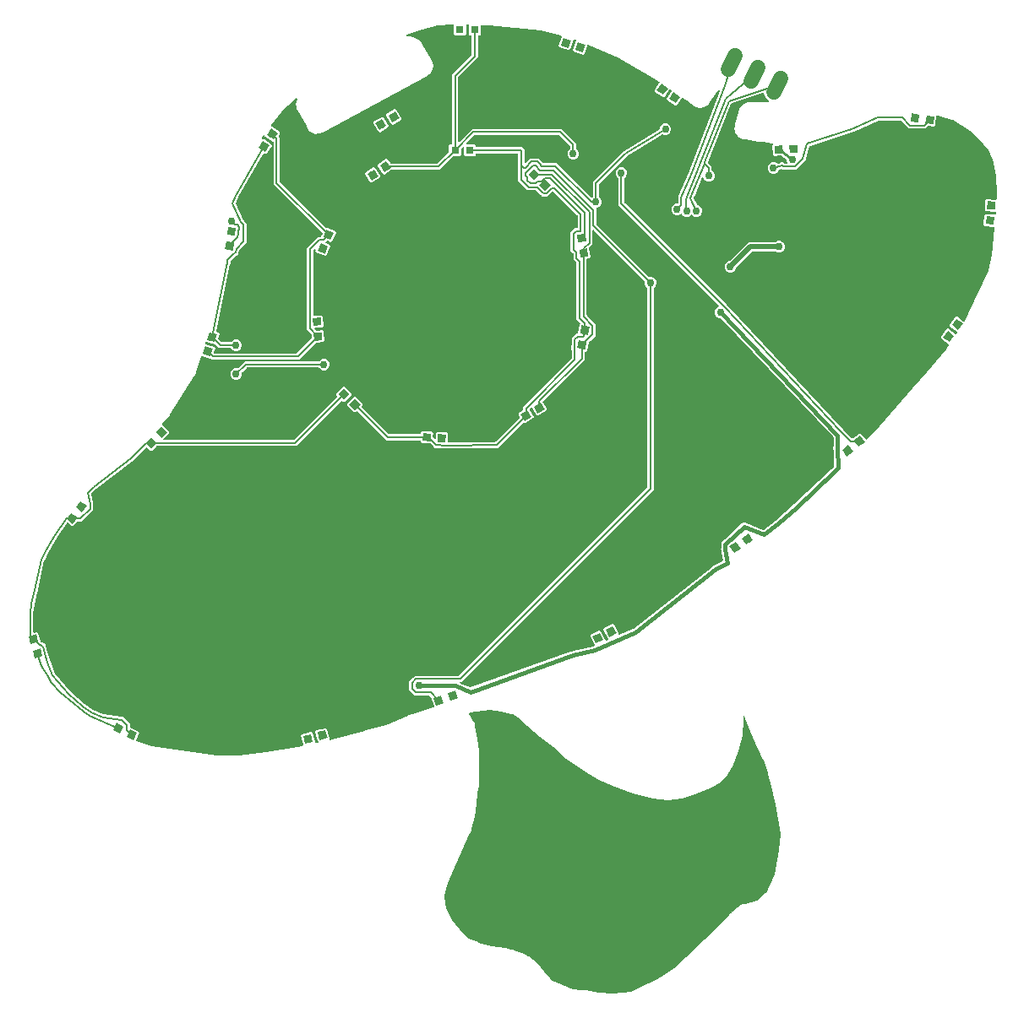
<source format=gbr>
G04 EAGLE Gerber RS-274X export*
G75*
%MOMM*%
%FSLAX34Y34*%
%LPD*%
%INTop Copper*%
%IPPOS*%
%AMOC8*
5,1,8,0,0,1.08239X$1,22.5*%
G01*
%ADD10R,0.800000X0.800000*%
%ADD11R,0.800000X0.800000*%
%ADD12C,1.524000*%
%ADD13C,0.756400*%
%ADD14C,0.406400*%
%ADD15C,0.508000*%
%ADD16C,0.203200*%
%ADD17C,0.254000*%

G36*
X225299Y252228D02*
X225299Y252228D01*
X225370Y252230D01*
X252320Y255905D01*
X252330Y255908D01*
X252347Y255909D01*
X288775Y262190D01*
X288785Y262193D01*
X288801Y262194D01*
X289037Y262244D01*
X289071Y262257D01*
X289107Y262262D01*
X289185Y262301D01*
X289266Y262332D01*
X289294Y262356D01*
X289327Y262372D01*
X289389Y262434D01*
X289456Y262489D01*
X289475Y262520D01*
X289501Y262546D01*
X289539Y262624D01*
X289585Y262698D01*
X289593Y262734D01*
X289610Y262767D01*
X289621Y262853D01*
X289641Y262938D01*
X289637Y262974D01*
X289642Y263011D01*
X289619Y263177D01*
X287261Y272429D01*
X288120Y273877D01*
X297504Y276269D01*
X298952Y275410D01*
X301349Y266008D01*
X301337Y265957D01*
X301312Y265893D01*
X301309Y265838D01*
X301297Y265785D01*
X301303Y265716D01*
X301300Y265648D01*
X301315Y265595D01*
X301320Y265540D01*
X301348Y265477D01*
X301367Y265411D01*
X301398Y265365D01*
X301420Y265315D01*
X301467Y265265D01*
X301506Y265208D01*
X301549Y265175D01*
X301587Y265134D01*
X301647Y265101D01*
X301702Y265060D01*
X301754Y265042D01*
X301802Y265016D01*
X301870Y265004D01*
X301935Y264982D01*
X301990Y264982D01*
X302044Y264972D01*
X302151Y264983D01*
X302181Y264983D01*
X302193Y264987D01*
X302211Y264988D01*
X303953Y265351D01*
X304036Y265383D01*
X304121Y265407D01*
X304150Y265427D01*
X304183Y265440D01*
X304251Y265496D01*
X304324Y265546D01*
X304345Y265574D01*
X304372Y265597D01*
X304419Y265672D01*
X304472Y265742D01*
X304483Y265776D01*
X304502Y265806D01*
X304522Y265892D01*
X304550Y265976D01*
X304550Y266011D01*
X304558Y266045D01*
X304549Y266133D01*
X304549Y266222D01*
X304538Y266255D01*
X304534Y266290D01*
X304498Y266371D01*
X304470Y266455D01*
X304448Y266483D01*
X304434Y266515D01*
X304374Y266580D01*
X304321Y266650D01*
X304284Y266677D01*
X304267Y266696D01*
X304240Y266711D01*
X304188Y266750D01*
X301796Y276134D01*
X302656Y277582D01*
X312039Y279974D01*
X313487Y279114D01*
X315879Y269731D01*
X315478Y269055D01*
X315458Y269004D01*
X315429Y268957D01*
X315413Y268890D01*
X315388Y268826D01*
X315386Y268771D01*
X315373Y268717D01*
X315380Y268649D01*
X315376Y268580D01*
X315391Y268527D01*
X315397Y268473D01*
X315424Y268410D01*
X315443Y268344D01*
X315474Y268298D01*
X315497Y268248D01*
X315543Y268197D01*
X315582Y268141D01*
X315626Y268107D01*
X315663Y268067D01*
X315724Y268034D01*
X315779Y267992D01*
X315831Y267975D01*
X315879Y267949D01*
X315947Y267936D01*
X316012Y267915D01*
X316067Y267915D01*
X316121Y267905D01*
X316228Y267915D01*
X316258Y267915D01*
X316269Y267919D01*
X316288Y267921D01*
X318695Y268423D01*
X318713Y268429D01*
X318745Y268435D01*
X347889Y276595D01*
X347916Y276607D01*
X350129Y277222D01*
X350130Y277223D01*
X352301Y277830D01*
X352314Y277831D01*
X352332Y277838D01*
X352364Y277843D01*
X372278Y283375D01*
X372306Y283388D01*
X372369Y283406D01*
X394163Y292583D01*
X394189Y292599D01*
X394220Y292609D01*
X394359Y292703D01*
X394652Y292951D01*
X396226Y293455D01*
X396248Y293466D01*
X396290Y293478D01*
X397814Y294120D01*
X398197Y294122D01*
X398229Y294127D01*
X398261Y294125D01*
X398425Y294158D01*
X420217Y301132D01*
X420242Y301144D01*
X420269Y301150D01*
X420351Y301200D01*
X420436Y301244D01*
X420456Y301263D01*
X420479Y301278D01*
X420541Y301351D01*
X420608Y301420D01*
X420620Y301444D01*
X420638Y301466D01*
X420674Y301555D01*
X420715Y301641D01*
X420719Y301668D01*
X420729Y301694D01*
X420734Y301790D01*
X420746Y301885D01*
X420741Y301912D01*
X420742Y301940D01*
X420706Y302104D01*
X417801Y310588D01*
X417800Y310620D01*
X417793Y310637D01*
X417792Y310655D01*
X417751Y310752D01*
X417714Y310851D01*
X417703Y310865D01*
X417696Y310882D01*
X417591Y311013D01*
X416125Y312478D01*
X416051Y312531D01*
X415982Y312591D01*
X415952Y312603D01*
X415925Y312622D01*
X415838Y312649D01*
X415754Y312683D01*
X415713Y312687D01*
X415690Y312694D01*
X415658Y312693D01*
X415587Y312701D01*
X401240Y312701D01*
X395453Y318488D01*
X395453Y326672D01*
X397462Y328681D01*
X399231Y330450D01*
X401240Y332459D01*
X445198Y332459D01*
X445288Y332474D01*
X445379Y332481D01*
X445408Y332493D01*
X445440Y332499D01*
X445521Y332541D01*
X445605Y332577D01*
X445637Y332603D01*
X445658Y332614D01*
X445680Y332637D01*
X445736Y332682D01*
X634268Y521214D01*
X634321Y521288D01*
X634381Y521358D01*
X634393Y521388D01*
X634412Y521414D01*
X634439Y521501D01*
X634473Y521586D01*
X634477Y521627D01*
X634484Y521649D01*
X634483Y521681D01*
X634491Y521752D01*
X634491Y721340D01*
X634477Y721430D01*
X634469Y721521D01*
X634457Y721551D01*
X634452Y721583D01*
X634409Y721664D01*
X634373Y721747D01*
X634347Y721780D01*
X634336Y721800D01*
X634313Y721822D01*
X634268Y721878D01*
X632611Y723536D01*
X631725Y725673D01*
X631725Y728018D01*
X631723Y728032D01*
X631724Y728043D01*
X631711Y728102D01*
X631711Y728108D01*
X631703Y728199D01*
X631691Y728229D01*
X631686Y728261D01*
X631643Y728341D01*
X631607Y728425D01*
X631581Y728457D01*
X631570Y728478D01*
X631547Y728500D01*
X631502Y728556D01*
X580557Y779501D01*
X580499Y779543D01*
X580447Y779592D01*
X580400Y779614D01*
X580358Y779645D01*
X580289Y779666D01*
X580224Y779696D01*
X580172Y779702D01*
X580123Y779717D01*
X580051Y779715D01*
X579980Y779723D01*
X579929Y779712D01*
X579877Y779711D01*
X579809Y779686D01*
X579739Y779671D01*
X579695Y779644D01*
X579646Y779626D01*
X579590Y779581D01*
X579528Y779545D01*
X579494Y779505D01*
X579454Y779472D01*
X579415Y779412D01*
X579368Y779358D01*
X579349Y779309D01*
X579321Y779266D01*
X579303Y779196D01*
X579276Y779129D01*
X579268Y779058D01*
X579261Y779027D01*
X579262Y779004D01*
X579258Y778963D01*
X579258Y765398D01*
X577249Y763389D01*
X576153Y762293D01*
X576141Y762277D01*
X576126Y762264D01*
X576070Y762177D01*
X576009Y762093D01*
X576004Y762074D01*
X575993Y762057D01*
X575967Y761957D01*
X575937Y761858D01*
X575937Y761838D01*
X575933Y761819D01*
X575937Y761651D01*
X577182Y752563D01*
X576164Y751222D01*
X574255Y750960D01*
X574167Y750933D01*
X574078Y750914D01*
X574050Y750897D01*
X574019Y750888D01*
X573945Y750834D01*
X573867Y750788D01*
X573846Y750763D01*
X573820Y750744D01*
X573766Y750670D01*
X573707Y750601D01*
X573695Y750571D01*
X573676Y750545D01*
X573649Y750457D01*
X573615Y750373D01*
X573611Y750332D01*
X573604Y750309D01*
X573604Y750277D01*
X573597Y750206D01*
X573597Y694330D01*
X573611Y694240D01*
X573618Y694149D01*
X573631Y694120D01*
X573636Y694088D01*
X573679Y694007D01*
X573715Y693923D01*
X573740Y693891D01*
X573751Y693870D01*
X573775Y693848D01*
X573820Y693792D01*
X582580Y685032D01*
X582580Y673455D01*
X577417Y668292D01*
X577258Y668292D01*
X577169Y668278D01*
X577077Y668271D01*
X577048Y668258D01*
X577016Y668253D01*
X576935Y668210D01*
X576851Y668174D01*
X576819Y668148D01*
X576798Y668138D01*
X576776Y668114D01*
X576720Y668069D01*
X575575Y666924D01*
X575563Y666908D01*
X575547Y666895D01*
X575491Y666808D01*
X575431Y666724D01*
X575425Y666705D01*
X575414Y666688D01*
X575365Y666527D01*
X573872Y658627D01*
X572225Y657502D01*
X572196Y657475D01*
X572163Y657455D01*
X572108Y657391D01*
X572046Y657333D01*
X572028Y657298D01*
X572003Y657268D01*
X571971Y657190D01*
X571932Y657115D01*
X571925Y657077D01*
X571911Y657040D01*
X571892Y656874D01*
X571892Y649606D01*
X569883Y647597D01*
X529778Y607492D01*
X529749Y607452D01*
X529714Y607419D01*
X529702Y607397D01*
X529698Y607393D01*
X529689Y607373D01*
X529678Y607353D01*
X529634Y607292D01*
X529620Y607246D01*
X529597Y607203D01*
X529584Y607129D01*
X529562Y607057D01*
X529563Y607008D01*
X529555Y606961D01*
X529566Y606886D01*
X529568Y606811D01*
X529585Y606765D01*
X529592Y606717D01*
X529645Y606602D01*
X529653Y606580D01*
X529657Y606574D01*
X529661Y606565D01*
X533494Y600110D01*
X533078Y598478D01*
X524751Y593534D01*
X523120Y593950D01*
X518914Y601033D01*
X518841Y601120D01*
X518769Y601210D01*
X518762Y601214D01*
X518756Y601221D01*
X518659Y601281D01*
X518562Y601343D01*
X518554Y601345D01*
X518546Y601349D01*
X518435Y601375D01*
X518324Y601403D01*
X518315Y601402D01*
X518306Y601404D01*
X518193Y601393D01*
X518078Y601384D01*
X518070Y601380D01*
X518061Y601379D01*
X517958Y601332D01*
X517852Y601287D01*
X517844Y601281D01*
X517837Y601278D01*
X517820Y601262D01*
X517721Y601182D01*
X516691Y600152D01*
X516662Y600113D01*
X516627Y600080D01*
X516591Y600014D01*
X516547Y599952D01*
X516533Y599906D01*
X516510Y599863D01*
X516497Y599789D01*
X516475Y599717D01*
X516476Y599669D01*
X516468Y599621D01*
X516479Y599547D01*
X516481Y599471D01*
X516498Y599426D01*
X516505Y599378D01*
X516558Y599262D01*
X516566Y599240D01*
X516570Y599235D01*
X516574Y599225D01*
X520596Y592452D01*
X520180Y590820D01*
X511854Y585876D01*
X510469Y586229D01*
X510406Y586234D01*
X510345Y586249D01*
X510285Y586245D01*
X510224Y586250D01*
X510163Y586235D01*
X510100Y586230D01*
X510044Y586206D01*
X509985Y586192D01*
X509932Y586159D01*
X509874Y586134D01*
X509805Y586079D01*
X509777Y586061D01*
X509766Y586047D01*
X509743Y586029D01*
X485555Y561841D01*
X485553Y561839D01*
X485550Y561836D01*
X484668Y560936D01*
X483405Y560936D01*
X483402Y560935D01*
X483397Y560936D01*
X434616Y560431D01*
X434551Y560420D01*
X434485Y560419D01*
X434431Y560399D01*
X434373Y560389D01*
X434316Y560358D01*
X434284Y560346D01*
X433110Y560414D01*
X433090Y560412D01*
X433058Y560415D01*
X431879Y560403D01*
X431842Y560429D01*
X431779Y560448D01*
X431719Y560476D01*
X431637Y560489D01*
X431606Y560499D01*
X431586Y560498D01*
X431554Y560504D01*
X421212Y561100D01*
X418765Y563846D01*
X418752Y563857D01*
X418735Y563878D01*
X417417Y565196D01*
X417360Y565237D01*
X417310Y565285D01*
X417261Y565308D01*
X417217Y565340D01*
X417150Y565360D01*
X417088Y565390D01*
X417013Y565403D01*
X416982Y565412D01*
X416960Y565412D01*
X416922Y565418D01*
X408151Y565924D01*
X407031Y567181D01*
X407067Y567814D01*
X407063Y567856D01*
X407068Y567897D01*
X407050Y567977D01*
X407042Y568059D01*
X407024Y568097D01*
X407015Y568138D01*
X406973Y568208D01*
X406939Y568282D01*
X406911Y568313D01*
X406889Y568349D01*
X406827Y568402D01*
X406771Y568462D01*
X406734Y568481D01*
X406702Y568509D01*
X406626Y568539D01*
X406554Y568578D01*
X406513Y568585D01*
X406474Y568601D01*
X406320Y568618D01*
X406312Y568619D01*
X406310Y568619D01*
X406307Y568619D01*
X372735Y568619D01*
X370726Y570628D01*
X343741Y597613D01*
X343721Y597627D01*
X343706Y597646D01*
X343645Y597684D01*
X343603Y597720D01*
X343578Y597730D01*
X343541Y597756D01*
X343518Y597764D01*
X343497Y597777D01*
X343412Y597797D01*
X343375Y597812D01*
X343354Y597814D01*
X343306Y597829D01*
X343282Y597828D01*
X343258Y597834D01*
X343213Y597830D01*
X343208Y597830D01*
X343198Y597830D01*
X343171Y597826D01*
X343160Y597825D01*
X343061Y597822D01*
X343037Y597814D01*
X343013Y597812D01*
X342971Y597793D01*
X342955Y597790D01*
X342913Y597768D01*
X342830Y597738D01*
X342810Y597722D01*
X342788Y597713D01*
X342752Y597683D01*
X342737Y597675D01*
X342719Y597657D01*
X342658Y597606D01*
X341996Y596927D01*
X340312Y596907D01*
X333381Y603670D01*
X333360Y605354D01*
X340124Y612285D01*
X341808Y612305D01*
X348738Y605542D01*
X348759Y603858D01*
X347980Y603060D01*
X347972Y603048D01*
X347960Y603038D01*
X347901Y602947D01*
X347839Y602859D01*
X347835Y602844D01*
X347827Y602831D01*
X347800Y602726D01*
X347770Y602623D01*
X347770Y602607D01*
X347767Y602593D01*
X347775Y602485D01*
X347779Y602377D01*
X347785Y602363D01*
X347786Y602347D01*
X347828Y602248D01*
X347867Y602147D01*
X347876Y602135D01*
X347882Y602121D01*
X347987Y601990D01*
X375038Y574939D01*
X375112Y574886D01*
X375181Y574827D01*
X375211Y574815D01*
X375237Y574796D01*
X375324Y574769D01*
X375409Y574735D01*
X375450Y574730D01*
X375473Y574724D01*
X375505Y574724D01*
X375576Y574716D01*
X406747Y574716D01*
X406863Y574736D01*
X406985Y574755D01*
X406987Y574756D01*
X406990Y574756D01*
X407093Y574811D01*
X407203Y574869D01*
X407205Y574870D01*
X407207Y574871D01*
X407287Y574956D01*
X407374Y575046D01*
X407375Y575048D01*
X407376Y575050D01*
X407427Y575158D01*
X407479Y575268D01*
X407479Y575271D01*
X407480Y575273D01*
X407481Y575281D01*
X407507Y575434D01*
X407588Y576849D01*
X408846Y577969D01*
X418514Y577412D01*
X419634Y576154D01*
X419405Y572191D01*
X419417Y572078D01*
X419426Y571966D01*
X419430Y571957D01*
X419431Y571947D01*
X419478Y571843D01*
X419522Y571740D01*
X419530Y571730D01*
X419533Y571723D01*
X419551Y571704D01*
X419627Y571609D01*
X420964Y570272D01*
X421005Y570243D01*
X421039Y570206D01*
X421104Y570171D01*
X421164Y570128D01*
X421212Y570114D01*
X421256Y570090D01*
X421329Y570077D01*
X421399Y570056D01*
X421449Y570057D01*
X421498Y570049D01*
X421571Y570060D01*
X421645Y570062D01*
X421692Y570079D01*
X421741Y570087D01*
X421807Y570121D01*
X421876Y570147D01*
X421915Y570178D01*
X421959Y570201D01*
X422010Y570254D01*
X422068Y570300D01*
X422095Y570342D01*
X422130Y570378D01*
X422161Y570445D01*
X422201Y570507D01*
X422213Y570556D01*
X422235Y570601D01*
X422255Y570721D01*
X422261Y570746D01*
X422261Y570754D01*
X422263Y570766D01*
X422564Y575985D01*
X423821Y577106D01*
X433489Y576548D01*
X434609Y575291D01*
X434150Y567337D01*
X434155Y567292D01*
X434151Y567246D01*
X434168Y567170D01*
X434176Y567092D01*
X434195Y567051D01*
X434205Y567006D01*
X434246Y566940D01*
X434278Y566869D01*
X434310Y566835D01*
X434334Y566796D01*
X434393Y566746D01*
X434447Y566689D01*
X434487Y566668D01*
X434522Y566638D01*
X434595Y566610D01*
X434663Y566573D01*
X434709Y566566D01*
X434751Y566549D01*
X434888Y566535D01*
X434906Y566532D01*
X434911Y566533D01*
X434918Y566532D01*
X481800Y567017D01*
X481886Y567032D01*
X481973Y567039D01*
X482006Y567053D01*
X482042Y567059D01*
X482119Y567101D01*
X482199Y567135D01*
X482236Y567164D01*
X482258Y567176D01*
X482280Y567199D01*
X482330Y567240D01*
X506510Y591420D01*
X506539Y591459D01*
X506574Y591492D01*
X506610Y591559D01*
X506654Y591619D01*
X506668Y591666D01*
X506691Y591708D01*
X506704Y591783D01*
X506726Y591855D01*
X506725Y591903D01*
X506733Y591951D01*
X506722Y592025D01*
X506720Y592100D01*
X506703Y592146D01*
X506696Y592194D01*
X506643Y592310D01*
X506635Y592331D01*
X506631Y592337D01*
X506627Y592347D01*
X505278Y594618D01*
X505694Y596250D01*
X509516Y598519D01*
X509564Y598560D01*
X509618Y598592D01*
X509658Y598638D01*
X509704Y598678D01*
X509737Y598731D01*
X509778Y598779D01*
X509801Y598836D01*
X509832Y598887D01*
X509846Y598949D01*
X509870Y599007D01*
X509880Y599095D01*
X509887Y599127D01*
X509885Y599145D01*
X509888Y599174D01*
X509888Y601973D01*
X558441Y650525D01*
X558494Y650599D01*
X558553Y650669D01*
X558566Y650699D01*
X558584Y650725D01*
X558611Y650812D01*
X558645Y650897D01*
X558650Y650938D01*
X558657Y650960D01*
X558656Y650992D01*
X558664Y651064D01*
X558664Y658335D01*
X558661Y658355D01*
X558663Y658376D01*
X558641Y658476D01*
X558624Y658578D01*
X558615Y658596D01*
X558610Y658616D01*
X558531Y658764D01*
X557711Y659967D01*
X558238Y662758D01*
X558238Y662759D01*
X558651Y664941D01*
X558651Y664969D01*
X558664Y665082D01*
X558664Y671064D01*
X563055Y675456D01*
X564142Y675456D01*
X564214Y675467D01*
X564286Y675469D01*
X564334Y675487D01*
X564385Y675495D01*
X564449Y675529D01*
X564517Y675554D01*
X564557Y675586D01*
X564603Y675610D01*
X564652Y675663D01*
X564709Y675708D01*
X564736Y675752D01*
X564772Y675789D01*
X564802Y675854D01*
X564841Y675915D01*
X564862Y675983D01*
X564876Y676012D01*
X564877Y676029D01*
X564880Y676034D01*
X564881Y676044D01*
X564890Y676076D01*
X566600Y685121D01*
X566744Y685220D01*
X566810Y685283D01*
X566881Y685339D01*
X566899Y685367D01*
X566922Y685390D01*
X566965Y685470D01*
X567014Y685546D01*
X567022Y685578D01*
X567037Y685607D01*
X567052Y685697D01*
X567074Y685785D01*
X567071Y685818D01*
X567077Y685850D01*
X567062Y685940D01*
X567055Y686030D01*
X567042Y686060D01*
X567037Y686093D01*
X566994Y686173D01*
X566958Y686256D01*
X566932Y686289D01*
X566921Y686310D01*
X566898Y686332D01*
X566854Y686387D01*
X563435Y689806D01*
X563435Y746588D01*
X563420Y746678D01*
X563413Y746769D01*
X563401Y746799D01*
X563395Y746831D01*
X563353Y746912D01*
X563317Y746996D01*
X563291Y747028D01*
X563280Y747048D01*
X563257Y747071D01*
X563212Y747127D01*
X560183Y750155D01*
X560183Y755680D01*
X560169Y755770D01*
X560162Y755861D01*
X560149Y755891D01*
X560144Y755923D01*
X560101Y756003D01*
X560065Y756087D01*
X560039Y756120D01*
X560029Y756140D01*
X560005Y756162D01*
X559960Y756218D01*
X559483Y756696D01*
X559482Y756696D01*
X557474Y758705D01*
X557474Y777115D01*
X561792Y781433D01*
X563739Y781433D01*
X563759Y781436D01*
X563779Y781434D01*
X563880Y781456D01*
X563982Y781473D01*
X564000Y781482D01*
X564019Y781486D01*
X564108Y781540D01*
X564199Y781588D01*
X564213Y781602D01*
X564230Y781613D01*
X564297Y781691D01*
X564369Y781766D01*
X564377Y781784D01*
X564390Y781800D01*
X564429Y781896D01*
X564472Y781989D01*
X564475Y782009D01*
X564482Y782028D01*
X564500Y782194D01*
X564500Y793518D01*
X564486Y793608D01*
X564479Y793699D01*
X564466Y793729D01*
X564461Y793761D01*
X564418Y793841D01*
X564382Y793925D01*
X564357Y793957D01*
X564346Y793978D01*
X564322Y794000D01*
X564277Y794056D01*
X540259Y818075D01*
X540241Y818087D01*
X540227Y818105D01*
X540142Y818159D01*
X540059Y818218D01*
X540038Y818225D01*
X540020Y818236D01*
X539921Y818261D01*
X539824Y818291D01*
X539802Y818290D01*
X539781Y818295D01*
X539680Y818287D01*
X539578Y818284D01*
X539558Y818277D01*
X539536Y818275D01*
X539443Y818235D01*
X539347Y818200D01*
X539330Y818186D01*
X539310Y818177D01*
X539180Y818072D01*
X536274Y815136D01*
X534276Y813116D01*
X531435Y813102D01*
X529320Y813090D01*
X529225Y813090D01*
X528153Y814151D01*
X528080Y814203D01*
X528012Y814261D01*
X527980Y814274D01*
X527952Y814294D01*
X527942Y814297D01*
X527544Y814695D01*
X527484Y814738D01*
X527429Y814789D01*
X527370Y814820D01*
X527344Y814838D01*
X527320Y814846D01*
X527280Y814867D01*
X526854Y815031D01*
X526630Y815537D01*
X526599Y815584D01*
X526577Y815636D01*
X526512Y815716D01*
X526495Y815742D01*
X526485Y815751D01*
X526472Y815767D01*
X522879Y819360D01*
X522805Y819413D01*
X522735Y819473D01*
X522705Y819485D01*
X522679Y819504D01*
X522592Y819531D01*
X522507Y819565D01*
X522466Y819569D01*
X522444Y819576D01*
X522412Y819575D01*
X522340Y819583D01*
X514018Y819583D01*
X504951Y828650D01*
X504951Y855736D01*
X504948Y855756D01*
X504950Y855775D01*
X504928Y855877D01*
X504912Y855979D01*
X504902Y855996D01*
X504898Y856016D01*
X504845Y856105D01*
X504796Y856196D01*
X504782Y856210D01*
X504772Y856227D01*
X504693Y856294D01*
X504618Y856366D01*
X504600Y856374D01*
X504585Y856387D01*
X504489Y856426D01*
X504395Y856469D01*
X504375Y856471D01*
X504357Y856479D01*
X504190Y856497D01*
X463348Y856497D01*
X463328Y856494D01*
X463309Y856496D01*
X463207Y856474D01*
X463105Y856458D01*
X463088Y856448D01*
X463068Y856444D01*
X462979Y856391D01*
X462888Y856342D01*
X462874Y856328D01*
X462857Y856318D01*
X462790Y856239D01*
X462718Y856164D01*
X462710Y856146D01*
X462697Y856131D01*
X462658Y856034D01*
X462615Y855941D01*
X462613Y855921D01*
X462605Y855903D01*
X462587Y855736D01*
X462587Y854704D01*
X461396Y853513D01*
X451712Y853513D01*
X450521Y854704D01*
X450521Y862364D01*
X450510Y862435D01*
X450508Y862506D01*
X450490Y862555D01*
X450482Y862607D01*
X450448Y862670D01*
X450423Y862737D01*
X450391Y862778D01*
X450366Y862824D01*
X450314Y862873D01*
X450270Y862929D01*
X450226Y862958D01*
X450188Y862993D01*
X450123Y863024D01*
X450063Y863062D01*
X450012Y863075D01*
X449965Y863097D01*
X449894Y863105D01*
X449824Y863122D01*
X449772Y863118D01*
X449721Y863124D01*
X449650Y863109D01*
X449579Y863103D01*
X449531Y863083D01*
X449480Y863072D01*
X449419Y863035D01*
X449353Y863007D01*
X449297Y862962D01*
X449269Y862946D01*
X449254Y862928D01*
X449222Y862902D01*
X447810Y861490D01*
X447757Y861416D01*
X447697Y861347D01*
X447685Y861317D01*
X447666Y861290D01*
X447639Y861203D01*
X447605Y861119D01*
X447601Y861078D01*
X447594Y861055D01*
X447595Y861023D01*
X447587Y860952D01*
X447587Y854704D01*
X446396Y853513D01*
X440148Y853513D01*
X440058Y853499D01*
X439967Y853491D01*
X439937Y853479D01*
X439905Y853474D01*
X439825Y853431D01*
X439741Y853395D01*
X439709Y853369D01*
X439688Y853358D01*
X439666Y853335D01*
X439610Y853290D01*
X426350Y840030D01*
X378387Y840030D01*
X378374Y840028D01*
X378361Y840030D01*
X378253Y840008D01*
X378144Y839990D01*
X378133Y839984D01*
X378120Y839982D01*
X377970Y839906D01*
X371053Y835379D01*
X369405Y835724D01*
X364102Y843827D01*
X364447Y845475D01*
X372550Y850778D01*
X374198Y850434D01*
X376791Y846472D01*
X376822Y846438D01*
X376846Y846398D01*
X376905Y846348D01*
X376957Y846291D01*
X376998Y846268D01*
X377033Y846238D01*
X377105Y846209D01*
X377172Y846172D01*
X377218Y846163D01*
X377261Y846146D01*
X377395Y846131D01*
X377414Y846128D01*
X377420Y846128D01*
X377428Y846127D01*
X423509Y846127D01*
X423599Y846142D01*
X423690Y846149D01*
X423719Y846162D01*
X423751Y846167D01*
X423832Y846210D01*
X423916Y846246D01*
X423948Y846271D01*
X423969Y846282D01*
X423991Y846306D01*
X424047Y846350D01*
X435298Y857602D01*
X435351Y857676D01*
X435411Y857745D01*
X435423Y857775D01*
X435442Y857802D01*
X435469Y857889D01*
X435503Y857973D01*
X435507Y858014D01*
X435514Y858037D01*
X435513Y858069D01*
X435521Y858140D01*
X435521Y864388D01*
X436712Y865579D01*
X437744Y865579D01*
X437764Y865582D01*
X437783Y865580D01*
X437885Y865602D01*
X437987Y865618D01*
X438004Y865628D01*
X438024Y865632D01*
X438113Y865685D01*
X438204Y865734D01*
X438218Y865748D01*
X438235Y865758D01*
X438302Y865837D01*
X438374Y865912D01*
X438382Y865930D01*
X438395Y865945D01*
X438434Y866041D01*
X438477Y866135D01*
X438479Y866155D01*
X438487Y866173D01*
X438505Y866340D01*
X438505Y935132D01*
X458244Y954871D01*
X458297Y954945D01*
X458357Y955015D01*
X458369Y955045D01*
X458388Y955071D01*
X458415Y955158D01*
X458449Y955243D01*
X458453Y955284D01*
X458460Y955306D01*
X458459Y955338D01*
X458467Y955410D01*
X458467Y973962D01*
X458464Y973982D01*
X458466Y974001D01*
X458444Y974103D01*
X458428Y974205D01*
X458418Y974222D01*
X458414Y974242D01*
X458361Y974331D01*
X458312Y974422D01*
X458298Y974436D01*
X458288Y974453D01*
X458209Y974520D01*
X458134Y974592D01*
X458116Y974600D01*
X458101Y974613D01*
X458005Y974652D01*
X457911Y974695D01*
X457891Y974697D01*
X457873Y974705D01*
X457706Y974723D01*
X456674Y974723D01*
X455483Y975914D01*
X455483Y984963D01*
X455483Y984965D01*
X455483Y984967D01*
X455463Y985086D01*
X455444Y985205D01*
X455442Y985207D01*
X455442Y985210D01*
X455384Y985317D01*
X455328Y985423D01*
X455327Y985424D01*
X455325Y985427D01*
X455238Y985509D01*
X455150Y985592D01*
X455148Y985593D01*
X455146Y985595D01*
X455037Y985644D01*
X454927Y985696D01*
X454925Y985696D01*
X454922Y985697D01*
X454757Y985723D01*
X453345Y985787D01*
X453308Y985783D01*
X453271Y985787D01*
X453186Y985769D01*
X453100Y985758D01*
X453067Y985743D01*
X453030Y985735D01*
X452956Y985690D01*
X452878Y985653D01*
X452851Y985628D01*
X452819Y985608D01*
X452763Y985543D01*
X452701Y985483D01*
X452683Y985450D01*
X452659Y985422D01*
X452627Y985341D01*
X452587Y985265D01*
X452581Y985228D01*
X452567Y985193D01*
X452549Y985027D01*
X452549Y975914D01*
X451358Y974723D01*
X441674Y974723D01*
X440483Y975914D01*
X440483Y984822D01*
X440477Y984860D01*
X440479Y984899D01*
X440457Y984981D01*
X440444Y985065D01*
X440425Y985099D01*
X440415Y985137D01*
X440368Y985207D01*
X440328Y985282D01*
X440300Y985309D01*
X440279Y985341D01*
X440211Y985393D01*
X440150Y985452D01*
X440115Y985468D01*
X440084Y985492D01*
X440004Y985520D01*
X439927Y985555D01*
X439888Y985559D01*
X439851Y985572D01*
X439684Y985582D01*
X424597Y984828D01*
X424573Y984823D01*
X424450Y984806D01*
X405915Y980172D01*
X405887Y980160D01*
X405828Y980145D01*
X393404Y975412D01*
X393347Y975379D01*
X393285Y975354D01*
X393241Y975317D01*
X393192Y975289D01*
X393148Y975239D01*
X393097Y975196D01*
X393067Y975147D01*
X393029Y975104D01*
X393004Y975042D01*
X392969Y974986D01*
X392957Y974930D01*
X392935Y974877D01*
X392930Y974810D01*
X392915Y974746D01*
X392921Y974689D01*
X392917Y974631D01*
X392934Y974567D01*
X392941Y974501D01*
X392965Y974449D01*
X392979Y974393D01*
X393015Y974338D01*
X393043Y974277D01*
X393082Y974235D01*
X393113Y974187D01*
X393165Y974146D01*
X393211Y974098D01*
X393261Y974070D01*
X393306Y974035D01*
X393369Y974013D01*
X393428Y973981D01*
X393507Y973963D01*
X393538Y973952D01*
X393558Y973952D01*
X393591Y973944D01*
X397216Y973542D01*
X397227Y973542D01*
X397246Y973539D01*
X399182Y973401D01*
X399261Y973362D01*
X399309Y973347D01*
X399354Y973323D01*
X399471Y973296D01*
X399496Y973288D01*
X399504Y973289D01*
X399517Y973286D01*
X399606Y973276D01*
X401306Y972340D01*
X401317Y972336D01*
X401332Y972326D01*
X402622Y971681D01*
X402643Y971675D01*
X402763Y971627D01*
X403734Y971364D01*
X404555Y970730D01*
X404577Y970718D01*
X404680Y970652D01*
X405608Y970188D01*
X406267Y969428D01*
X406284Y969414D01*
X406377Y969324D01*
X407174Y968709D01*
X407690Y967809D01*
X407706Y967790D01*
X407775Y967689D01*
X408455Y966905D01*
X408773Y965951D01*
X408784Y965931D01*
X408835Y965813D01*
X417077Y951443D01*
X417112Y951399D01*
X417140Y951349D01*
X417166Y951323D01*
X417167Y951321D01*
X417173Y951316D01*
X417212Y951276D01*
X417232Y951252D01*
X417243Y951245D01*
X417252Y951236D01*
X418222Y949447D01*
X418226Y949441D01*
X418231Y949431D01*
X419244Y947664D01*
X419257Y947620D01*
X419264Y947564D01*
X419303Y947468D01*
X419311Y947438D01*
X419319Y947428D01*
X419324Y947416D01*
X419535Y945392D01*
X419537Y945385D01*
X419537Y945374D01*
X419797Y943353D01*
X419793Y943308D01*
X419777Y943253D01*
X419776Y943150D01*
X419773Y943119D01*
X419776Y943106D01*
X419776Y943095D01*
X419197Y941144D01*
X419196Y941136D01*
X419192Y941126D01*
X418659Y939159D01*
X418637Y939119D01*
X418602Y939075D01*
X418562Y938980D01*
X418547Y938953D01*
X418545Y938940D01*
X418540Y938929D01*
X417258Y937348D01*
X417255Y937341D01*
X417247Y937333D01*
X416002Y935720D01*
X415967Y935692D01*
X415927Y935670D01*
X415925Y935668D01*
X415917Y935664D01*
X415844Y935591D01*
X415820Y935572D01*
X415813Y935561D01*
X415804Y935552D01*
X414015Y934582D01*
X414009Y934578D01*
X413999Y934574D01*
X412232Y933560D01*
X412188Y933547D01*
X412132Y933540D01*
X412036Y933501D01*
X412006Y933493D01*
X411996Y933485D01*
X411976Y933477D01*
X310492Y878456D01*
X310442Y878417D01*
X310387Y878386D01*
X310379Y878379D01*
X308455Y877351D01*
X308453Y877350D01*
X308450Y877349D01*
X306541Y876314D01*
X304378Y876101D01*
X304377Y876100D01*
X304374Y876101D01*
X302215Y875875D01*
X300136Y876506D01*
X300134Y876507D01*
X300131Y876508D01*
X298051Y877125D01*
X296371Y878504D01*
X296370Y878505D01*
X296368Y878507D01*
X294682Y879874D01*
X293658Y881791D01*
X293657Y881793D01*
X293656Y881795D01*
X292610Y883724D01*
X292594Y883764D01*
X292585Y883796D01*
X292575Y883811D01*
X292564Y883838D01*
X284004Y899861D01*
X283988Y899882D01*
X283966Y899925D01*
X283077Y901259D01*
X282992Y901685D01*
X282982Y901712D01*
X282979Y901740D01*
X282937Y901845D01*
X282937Y901849D01*
X282934Y901852D01*
X282917Y901896D01*
X282712Y902279D01*
X282555Y903875D01*
X282549Y903901D01*
X282544Y903949D01*
X282233Y905522D01*
X282318Y905948D01*
X282319Y905976D01*
X282328Y906004D01*
X282330Y906171D01*
X282287Y906604D01*
X282753Y908138D01*
X282756Y908164D01*
X282771Y908210D01*
X283297Y910839D01*
X283297Y910844D01*
X283298Y910848D01*
X283301Y910968D01*
X283305Y911085D01*
X283304Y911089D01*
X283304Y911094D01*
X283269Y911209D01*
X283235Y911321D01*
X283233Y911324D01*
X283232Y911328D01*
X283162Y911425D01*
X283094Y911522D01*
X283090Y911525D01*
X283088Y911528D01*
X282992Y911597D01*
X282895Y911667D01*
X282891Y911669D01*
X282888Y911671D01*
X282774Y911706D01*
X282661Y911742D01*
X282657Y911742D01*
X282652Y911743D01*
X282534Y911740D01*
X282415Y911738D01*
X282411Y911736D01*
X282407Y911736D01*
X282296Y911695D01*
X282183Y911655D01*
X282180Y911653D01*
X282176Y911651D01*
X282040Y911553D01*
X267242Y898165D01*
X267226Y898144D01*
X267144Y898057D01*
X257094Y884657D01*
X257052Y884577D01*
X257003Y884500D01*
X256995Y884468D01*
X256980Y884439D01*
X256966Y884349D01*
X256944Y884261D01*
X256946Y884228D01*
X256941Y884196D01*
X256956Y884106D01*
X256964Y884016D01*
X256977Y883986D01*
X256982Y883953D01*
X257025Y883874D01*
X257061Y883790D01*
X257083Y883766D01*
X257099Y883737D01*
X257165Y883675D01*
X257225Y883607D01*
X257254Y883591D01*
X257278Y883568D01*
X257360Y883530D01*
X257439Y883486D01*
X257472Y883480D01*
X257502Y883466D01*
X257592Y883456D01*
X257681Y883439D01*
X257723Y883443D01*
X257746Y883440D01*
X257778Y883447D01*
X257848Y883453D01*
X257909Y883465D01*
X265938Y878050D01*
X266259Y876396D01*
X266069Y876115D01*
X266069Y876114D01*
X265555Y875353D01*
X265042Y874592D01*
X264983Y874505D01*
X264954Y874441D01*
X264916Y874382D01*
X264903Y874330D01*
X264880Y874282D01*
X264873Y874212D01*
X264856Y874144D01*
X264860Y874090D01*
X264854Y874037D01*
X264869Y873969D01*
X264875Y873899D01*
X264896Y873849D01*
X264907Y873797D01*
X264944Y873737D01*
X264971Y873672D01*
X265018Y873614D01*
X265034Y873586D01*
X265052Y873572D01*
X265076Y873541D01*
X265924Y872693D01*
X265924Y828334D01*
X265939Y828244D01*
X265946Y828153D01*
X265959Y828123D01*
X265964Y828091D01*
X266007Y828010D01*
X266043Y827927D01*
X266068Y827894D01*
X266079Y827874D01*
X266103Y827852D01*
X266147Y827796D01*
X311733Y782210D01*
X311826Y782143D01*
X311917Y782074D01*
X311926Y782071D01*
X311933Y782066D01*
X312042Y782032D01*
X312151Y781996D01*
X312160Y781996D01*
X312168Y781994D01*
X312283Y781997D01*
X312397Y781997D01*
X312407Y782000D01*
X312414Y782000D01*
X312436Y782008D01*
X312558Y782042D01*
X312814Y782146D01*
X321734Y778378D01*
X322368Y776818D01*
X318600Y767897D01*
X317039Y767263D01*
X313826Y768621D01*
X313710Y768649D01*
X313594Y768678D01*
X313590Y768678D01*
X313587Y768679D01*
X313468Y768668D01*
X313348Y768659D01*
X313345Y768658D01*
X313342Y768657D01*
X313231Y768609D01*
X313122Y768563D01*
X313119Y768560D01*
X313116Y768559D01*
X313107Y768551D01*
X312991Y768458D01*
X311913Y767380D01*
X311888Y767345D01*
X311856Y767316D01*
X311817Y767246D01*
X311770Y767181D01*
X311757Y767139D01*
X311736Y767102D01*
X311721Y767023D01*
X311698Y766946D01*
X311699Y766902D01*
X311691Y766860D01*
X311702Y766780D01*
X311704Y766700D01*
X311719Y766659D01*
X311725Y766616D01*
X311761Y766544D01*
X311788Y766469D01*
X311815Y766435D01*
X311835Y766396D01*
X311892Y766339D01*
X311942Y766277D01*
X311978Y766253D01*
X312009Y766223D01*
X312090Y766177D01*
X312091Y766177D01*
X312092Y766177D01*
X312139Y766150D01*
X312149Y766144D01*
X312152Y766143D01*
X312156Y766141D01*
X315897Y764560D01*
X316531Y763000D01*
X312763Y754079D01*
X311202Y753446D01*
X302282Y757214D01*
X301648Y758774D01*
X301883Y759330D01*
X301906Y759427D01*
X301936Y759523D01*
X301935Y759546D01*
X301941Y759569D01*
X301932Y759668D01*
X301929Y759768D01*
X301921Y759791D01*
X301919Y759814D01*
X301879Y759905D01*
X301845Y759999D01*
X301830Y760018D01*
X301821Y760039D01*
X301754Y760113D01*
X301691Y760191D01*
X301671Y760204D01*
X301656Y760222D01*
X301569Y760270D01*
X301484Y760324D01*
X301462Y760330D01*
X301441Y760342D01*
X301343Y760360D01*
X301246Y760385D01*
X301222Y760383D01*
X301199Y760387D01*
X301100Y760373D01*
X301001Y760365D01*
X300979Y760356D01*
X300956Y760353D01*
X300866Y760308D01*
X300774Y760269D01*
X300752Y760251D01*
X300736Y760243D01*
X300713Y760220D01*
X300643Y760164D01*
X299587Y759108D01*
X299534Y759034D01*
X299475Y758965D01*
X299463Y758935D01*
X299444Y758909D01*
X299417Y758822D01*
X299383Y758737D01*
X299378Y758696D01*
X299372Y758674D01*
X299372Y758641D01*
X299365Y758570D01*
X299365Y694368D01*
X299371Y694327D01*
X299369Y694286D01*
X299391Y694206D01*
X299404Y694125D01*
X299423Y694089D01*
X299435Y694049D01*
X299481Y693980D01*
X299519Y693908D01*
X299549Y693879D01*
X299572Y693845D01*
X299638Y693795D01*
X299698Y693738D01*
X299735Y693721D01*
X299768Y693696D01*
X299846Y693669D01*
X299921Y693635D01*
X299962Y693630D01*
X300001Y693617D01*
X300160Y693608D01*
X300165Y693608D01*
X300166Y693608D01*
X300168Y693608D01*
X307899Y694040D01*
X309154Y692917D01*
X309695Y683249D01*
X308572Y681993D01*
X301515Y681599D01*
X301466Y681588D01*
X301415Y681586D01*
X301347Y681561D01*
X301275Y681545D01*
X301232Y681519D01*
X301184Y681502D01*
X301127Y681456D01*
X301065Y681418D01*
X301032Y681380D01*
X300992Y681348D01*
X300953Y681287D01*
X300905Y681231D01*
X300887Y681184D01*
X300859Y681141D01*
X300841Y681070D01*
X300814Y681002D01*
X300812Y680952D01*
X300799Y680903D01*
X300805Y680830D01*
X300801Y680757D01*
X300814Y680708D01*
X300818Y680658D01*
X300847Y680590D01*
X300867Y680520D01*
X300895Y680478D01*
X300915Y680431D01*
X300990Y680338D01*
X301004Y680316D01*
X301011Y680311D01*
X301020Y680300D01*
X302359Y678961D01*
X302450Y678896D01*
X302539Y678827D01*
X302550Y678824D01*
X302559Y678817D01*
X302666Y678785D01*
X302772Y678748D01*
X302785Y678748D01*
X302794Y678745D01*
X302820Y678746D01*
X302940Y678739D01*
X308736Y679063D01*
X309992Y677941D01*
X310532Y668272D01*
X309410Y667017D01*
X302696Y666641D01*
X302627Y666626D01*
X302557Y666621D01*
X302508Y666600D01*
X302456Y666588D01*
X302395Y666552D01*
X302331Y666524D01*
X302273Y666478D01*
X302245Y666461D01*
X302230Y666444D01*
X302200Y666420D01*
X285512Y649731D01*
X197701Y649731D01*
X197007Y650425D01*
X196926Y650483D01*
X196848Y650547D01*
X196822Y650558D01*
X196808Y650568D01*
X196776Y650578D01*
X196694Y650614D01*
X188142Y653261D01*
X188131Y653263D01*
X188120Y653267D01*
X188009Y653279D01*
X187899Y653295D01*
X187887Y653293D01*
X187876Y653294D01*
X187767Y653270D01*
X187657Y653249D01*
X187647Y653243D01*
X187635Y653241D01*
X187540Y653183D01*
X187442Y653129D01*
X187435Y653120D01*
X187425Y653114D01*
X187352Y653029D01*
X187278Y652946D01*
X187273Y652936D01*
X187265Y652927D01*
X187195Y652774D01*
X186954Y652053D01*
X186953Y652043D01*
X186947Y652028D01*
X186385Y650134D01*
X186352Y650093D01*
X186326Y650047D01*
X186292Y650007D01*
X186245Y649904D01*
X186230Y649879D01*
X186228Y649869D01*
X186222Y649855D01*
X182101Y637491D01*
X182095Y637459D01*
X182072Y637376D01*
X181864Y636133D01*
X181449Y635470D01*
X181447Y635464D01*
X181443Y635459D01*
X181373Y635307D01*
X181125Y634565D01*
X180299Y633613D01*
X180282Y633584D01*
X180229Y633517D01*
X156022Y594787D01*
X156021Y594784D01*
X156019Y594782D01*
X155948Y594630D01*
X155678Y593842D01*
X154877Y592935D01*
X154860Y592907D01*
X154802Y592835D01*
X154161Y591809D01*
X153483Y591325D01*
X153481Y591323D01*
X153478Y591322D01*
X153354Y591209D01*
X148253Y585428D01*
X148251Y585425D01*
X148249Y585423D01*
X148186Y585320D01*
X148122Y585219D01*
X148121Y585216D01*
X148120Y585213D01*
X148092Y585094D01*
X148065Y584980D01*
X148065Y584977D01*
X148064Y584974D01*
X148076Y584854D01*
X148086Y584735D01*
X148088Y584732D01*
X148088Y584729D01*
X148137Y584620D01*
X148185Y584510D01*
X148187Y584507D01*
X148189Y584504D01*
X148296Y584376D01*
X155156Y577774D01*
X155189Y576090D01*
X149630Y570314D01*
X149594Y570261D01*
X149549Y570214D01*
X149524Y570160D01*
X149491Y570111D01*
X149473Y570049D01*
X149446Y569991D01*
X149439Y569932D01*
X149423Y569875D01*
X149426Y569810D01*
X149418Y569746D01*
X149431Y569688D01*
X149434Y569629D01*
X149457Y569569D01*
X149471Y569506D01*
X149501Y569455D01*
X149523Y569400D01*
X149564Y569350D01*
X149597Y569295D01*
X149642Y569256D01*
X149680Y569211D01*
X149735Y569177D01*
X149784Y569135D01*
X149839Y569113D01*
X149889Y569082D01*
X149952Y569067D01*
X150012Y569043D01*
X150097Y569034D01*
X150129Y569026D01*
X150148Y569028D01*
X150179Y569025D01*
X279640Y569025D01*
X279730Y569039D01*
X279821Y569046D01*
X279851Y569059D01*
X279883Y569064D01*
X279963Y569107D01*
X280047Y569143D01*
X280079Y569168D01*
X280100Y569179D01*
X280122Y569203D01*
X280178Y569248D01*
X323331Y612401D01*
X323345Y612420D01*
X323365Y612436D01*
X323417Y612520D01*
X323475Y612600D01*
X323482Y612624D01*
X323495Y612645D01*
X323518Y612741D01*
X323547Y612835D01*
X323546Y612860D01*
X323552Y612884D01*
X323543Y612982D01*
X323541Y613081D01*
X323532Y613104D01*
X323530Y613129D01*
X323490Y613219D01*
X323456Y613312D01*
X323441Y613331D01*
X323431Y613354D01*
X323325Y613484D01*
X322646Y614146D01*
X322625Y615830D01*
X329388Y622761D01*
X331072Y622781D01*
X338003Y616018D01*
X338024Y614334D01*
X331260Y607403D01*
X329576Y607383D01*
X328779Y608161D01*
X328766Y608170D01*
X328756Y608182D01*
X328665Y608241D01*
X328577Y608302D01*
X328562Y608307D01*
X328550Y608315D01*
X328445Y608341D01*
X328341Y608372D01*
X328326Y608371D01*
X328311Y608375D01*
X328203Y608367D01*
X328095Y608363D01*
X328081Y608357D01*
X328066Y608356D01*
X327966Y608314D01*
X327865Y608275D01*
X327854Y608266D01*
X327840Y608260D01*
X327709Y608155D01*
X282481Y562927D01*
X142846Y562927D01*
X142749Y562911D01*
X142651Y562902D01*
X142628Y562891D01*
X142603Y562887D01*
X142516Y562841D01*
X142426Y562801D01*
X142402Y562781D01*
X142386Y562772D01*
X142363Y562748D01*
X142297Y562694D01*
X138073Y558304D01*
X136389Y558272D01*
X133160Y561379D01*
X133150Y561386D01*
X133142Y561396D01*
X133049Y561456D01*
X132958Y561519D01*
X132946Y561522D01*
X132935Y561529D01*
X132827Y561556D01*
X132721Y561587D01*
X132709Y561586D01*
X132697Y561589D01*
X132586Y561580D01*
X132476Y561575D01*
X132464Y561571D01*
X132451Y561570D01*
X132350Y561527D01*
X132246Y561487D01*
X132237Y561478D01*
X132225Y561474D01*
X132094Y561369D01*
X120234Y549509D01*
X120210Y549475D01*
X120179Y549448D01*
X120139Y549376D01*
X120090Y549309D01*
X120078Y549270D01*
X120058Y549234D01*
X120025Y549100D01*
X119835Y548955D01*
X119219Y548485D01*
X119197Y548461D01*
X119143Y548418D01*
X118424Y547699D01*
X118415Y547697D01*
X118374Y547700D01*
X118295Y547678D01*
X118213Y547664D01*
X118177Y547645D01*
X118137Y547634D01*
X118000Y547552D01*
X117996Y547549D01*
X117995Y547549D01*
X117993Y547548D01*
X81780Y519869D01*
X81758Y519845D01*
X81693Y519791D01*
X77471Y515385D01*
X77457Y515365D01*
X77439Y515350D01*
X77410Y515302D01*
X77391Y515282D01*
X77374Y515244D01*
X77331Y515182D01*
X77325Y515160D01*
X77313Y515139D01*
X77302Y515089D01*
X77288Y515059D01*
X77282Y515010D01*
X77264Y514946D01*
X77265Y514922D01*
X77260Y514899D01*
X77263Y514839D01*
X77261Y514815D01*
X77266Y514789D01*
X77270Y514732D01*
X78665Y506461D01*
X78674Y506434D01*
X78676Y506406D01*
X78714Y506319D01*
X78745Y506228D01*
X78762Y506206D01*
X78773Y506180D01*
X78877Y506049D01*
X78910Y506016D01*
X78910Y505073D01*
X78915Y505041D01*
X78921Y504946D01*
X79078Y504016D01*
X79051Y503978D01*
X79039Y503953D01*
X79020Y503932D01*
X78985Y503843D01*
X78943Y503757D01*
X78939Y503730D01*
X78928Y503704D01*
X78910Y503537D01*
X78910Y498787D01*
X67316Y487193D01*
X63458Y487193D01*
X63445Y487191D01*
X63431Y487193D01*
X63324Y487171D01*
X63216Y487153D01*
X63203Y487147D01*
X63190Y487144D01*
X63095Y487090D01*
X62998Y487038D01*
X62989Y487028D01*
X62977Y487021D01*
X62859Y486902D01*
X59572Y482709D01*
X57900Y482507D01*
X53701Y485800D01*
X53671Y485816D01*
X53669Y485817D01*
X53643Y485841D01*
X53562Y485876D01*
X53485Y485918D01*
X53450Y485925D01*
X53417Y485939D01*
X53330Y485946D01*
X53243Y485962D01*
X53208Y485957D01*
X53172Y485960D01*
X53087Y485939D01*
X53000Y485926D01*
X52968Y485910D01*
X52933Y485901D01*
X52859Y485854D01*
X52780Y485814D01*
X52756Y485789D01*
X52726Y485770D01*
X52613Y485646D01*
X42881Y472129D01*
X42867Y472100D01*
X42828Y472043D01*
X34237Y455973D01*
X34236Y455970D01*
X34233Y455966D01*
X30115Y448046D01*
X30110Y448031D01*
X30101Y448018D01*
X30047Y447860D01*
X23636Y419011D01*
X23634Y418970D01*
X23295Y417477D01*
X23295Y417476D01*
X23295Y417474D01*
X22966Y415995D01*
X22946Y415938D01*
X20343Y404463D01*
X20342Y404442D01*
X20333Y404407D01*
X18848Y394510D01*
X18849Y394477D01*
X18840Y394397D01*
X18840Y376433D01*
X18841Y376428D01*
X18840Y376423D01*
X18861Y376306D01*
X18880Y376191D01*
X18882Y376186D01*
X18883Y376181D01*
X18940Y376077D01*
X18995Y375973D01*
X18998Y375970D01*
X19001Y375965D01*
X19088Y375884D01*
X19173Y375804D01*
X19178Y375802D01*
X19182Y375798D01*
X19289Y375750D01*
X19396Y375700D01*
X19401Y375700D01*
X19406Y375698D01*
X19524Y375686D01*
X19640Y375673D01*
X19646Y375674D01*
X19651Y375674D01*
X19816Y375703D01*
X21950Y376331D01*
X23429Y375525D01*
X25966Y366905D01*
X25987Y366860D01*
X25999Y366813D01*
X26040Y366750D01*
X26072Y366683D01*
X26107Y366648D01*
X26133Y366607D01*
X26192Y366560D01*
X26244Y366507D01*
X26288Y366485D01*
X26326Y366454D01*
X26397Y366429D01*
X26463Y366395D01*
X26512Y366387D01*
X26558Y366371D01*
X26632Y366369D01*
X26706Y366358D01*
X26710Y366359D01*
X27175Y366150D01*
X27249Y366130D01*
X27320Y366101D01*
X27383Y366094D01*
X27413Y366087D01*
X27439Y366088D01*
X27487Y366083D01*
X27933Y366083D01*
X28332Y365684D01*
X28376Y365653D01*
X28413Y365613D01*
X28507Y365558D01*
X28531Y365541D01*
X28542Y365537D01*
X28558Y365528D01*
X29072Y365297D01*
X29116Y365181D01*
X29147Y365127D01*
X29169Y365069D01*
X29208Y365022D01*
X29239Y364968D01*
X29286Y364927D01*
X29326Y364879D01*
X29399Y364828D01*
X29424Y364806D01*
X29440Y364799D01*
X29463Y364783D01*
X31087Y363898D01*
X31602Y362147D01*
X31889Y361172D01*
X32556Y358906D01*
X36204Y346520D01*
X36213Y346501D01*
X36222Y346465D01*
X40643Y334822D01*
X40666Y334782D01*
X40681Y334738D01*
X40756Y334626D01*
X40766Y334609D01*
X40770Y334606D01*
X40775Y334599D01*
X55938Y316793D01*
X55963Y316771D01*
X56026Y316705D01*
X70548Y304417D01*
X70563Y304408D01*
X70584Y304389D01*
X78773Y298270D01*
X78781Y298266D01*
X78787Y298260D01*
X78933Y298178D01*
X89255Y293824D01*
X89274Y293820D01*
X89290Y293810D01*
X89453Y293771D01*
X107655Y291410D01*
X107687Y291411D01*
X107753Y291404D01*
X108780Y291404D01*
X108808Y291372D01*
X108879Y291332D01*
X108945Y291285D01*
X108986Y291272D01*
X109023Y291251D01*
X109148Y291221D01*
X109772Y290411D01*
X109795Y290389D01*
X109837Y290337D01*
X115886Y284288D01*
X115886Y281330D01*
X115901Y281236D01*
X115910Y281141D01*
X115921Y281115D01*
X115926Y281087D01*
X115970Y281003D01*
X116009Y280916D01*
X116028Y280895D01*
X116041Y280870D01*
X116110Y280804D01*
X116174Y280734D01*
X116204Y280715D01*
X116219Y280700D01*
X116249Y280686D01*
X116316Y280644D01*
X124691Y276596D01*
X125245Y275005D01*
X121663Y267595D01*
X121637Y267509D01*
X121604Y267426D01*
X121603Y267392D01*
X121593Y267359D01*
X121596Y267270D01*
X121592Y267180D01*
X121601Y267148D01*
X121602Y267114D01*
X121634Y267030D01*
X121658Y266943D01*
X121677Y266915D01*
X121689Y266883D01*
X121746Y266814D01*
X121796Y266740D01*
X121823Y266719D01*
X121845Y266693D01*
X121921Y266645D01*
X121992Y266591D01*
X122032Y266575D01*
X122053Y266562D01*
X122084Y266555D01*
X122148Y266529D01*
X138123Y262173D01*
X138152Y262170D01*
X138207Y262155D01*
X202708Y252232D01*
X202741Y252232D01*
X202823Y252223D01*
X225267Y252223D01*
X225299Y252228D01*
G37*
G36*
X457352Y320651D02*
X457352Y320651D01*
X457425Y320648D01*
X457492Y320663D01*
X457523Y320666D01*
X457546Y320676D01*
X457589Y320686D01*
X557111Y356318D01*
X557154Y356342D01*
X557200Y356357D01*
X557261Y356401D01*
X557326Y356437D01*
X557359Y356473D01*
X557399Y356502D01*
X557476Y356602D01*
X557492Y356619D01*
X557495Y356626D01*
X557500Y356631D01*
X558874Y356954D01*
X558901Y356965D01*
X558956Y356979D01*
X560286Y357455D01*
X560329Y357442D01*
X560372Y357420D01*
X560446Y357409D01*
X560518Y357388D01*
X560567Y357390D01*
X560615Y357383D01*
X560740Y357398D01*
X560764Y357399D01*
X560771Y357402D01*
X560781Y357403D01*
X580302Y361996D01*
X580329Y362008D01*
X580433Y362040D01*
X580921Y362253D01*
X580954Y362275D01*
X580991Y362289D01*
X581057Y362341D01*
X581127Y362387D01*
X581152Y362418D01*
X581183Y362443D01*
X581228Y362514D01*
X581280Y362580D01*
X581294Y362617D01*
X581315Y362650D01*
X581335Y362732D01*
X581364Y362811D01*
X581365Y362850D01*
X581374Y362889D01*
X581368Y362973D01*
X581369Y363057D01*
X581358Y363095D01*
X581354Y363134D01*
X581296Y363292D01*
X577076Y371720D01*
X577607Y373318D01*
X586266Y377654D01*
X587864Y377122D01*
X592216Y368431D01*
X592216Y368422D01*
X592205Y368351D01*
X592213Y368300D01*
X592212Y368248D01*
X592233Y368179D01*
X592245Y368109D01*
X592270Y368063D01*
X592285Y368013D01*
X592327Y367955D01*
X592361Y367892D01*
X592399Y367856D01*
X592429Y367814D01*
X592488Y367772D01*
X592540Y367723D01*
X592587Y367701D01*
X592630Y367671D01*
X592698Y367650D01*
X592763Y367620D01*
X592815Y367615D01*
X592865Y367599D01*
X592937Y367601D01*
X593008Y367594D01*
X593059Y367605D01*
X593111Y367607D01*
X593221Y367641D01*
X593248Y367647D01*
X593256Y367652D01*
X593271Y367656D01*
X594880Y368361D01*
X594957Y368410D01*
X595037Y368453D01*
X595060Y368477D01*
X595087Y368494D01*
X595144Y368566D01*
X595206Y368632D01*
X595220Y368661D01*
X595240Y368687D01*
X595271Y368773D01*
X595309Y368856D01*
X595312Y368888D01*
X595323Y368918D01*
X595326Y369009D01*
X595335Y369100D01*
X595328Y369132D01*
X595329Y369164D01*
X595302Y369251D01*
X595282Y369340D01*
X595265Y369368D01*
X595256Y369399D01*
X595202Y369473D01*
X595155Y369551D01*
X595131Y369572D01*
X595112Y369598D01*
X595037Y369651D01*
X594968Y369710D01*
X594930Y369727D01*
X594911Y369741D01*
X594881Y369750D01*
X594825Y369776D01*
X590488Y378436D01*
X591019Y380034D01*
X599678Y384370D01*
X601276Y383839D01*
X605612Y375180D01*
X605325Y374318D01*
X605317Y374266D01*
X605300Y374217D01*
X605298Y374146D01*
X605287Y374075D01*
X605295Y374023D01*
X605294Y373971D01*
X605315Y373903D01*
X605327Y373832D01*
X605352Y373786D01*
X605367Y373736D01*
X605409Y373678D01*
X605443Y373615D01*
X605481Y373579D01*
X605511Y373537D01*
X605570Y373496D01*
X605622Y373446D01*
X605669Y373425D01*
X605712Y373394D01*
X605780Y373373D01*
X605845Y373343D01*
X605897Y373338D01*
X605947Y373323D01*
X606019Y373325D01*
X606090Y373317D01*
X606141Y373328D01*
X606193Y373330D01*
X606303Y373364D01*
X606330Y373370D01*
X606338Y373375D01*
X606353Y373380D01*
X620107Y379397D01*
X620117Y379404D01*
X620129Y379408D01*
X620272Y379496D01*
X699296Y441624D01*
X699313Y441641D01*
X699333Y441654D01*
X699396Y441732D01*
X699463Y441805D01*
X699472Y441827D01*
X699488Y441846D01*
X699554Y442000D01*
X699603Y442162D01*
X700711Y442751D01*
X700736Y442770D01*
X700824Y442825D01*
X701811Y443600D01*
X701979Y443580D01*
X702003Y443581D01*
X702026Y443576D01*
X702125Y443586D01*
X702224Y443591D01*
X702247Y443599D01*
X702271Y443602D01*
X702427Y443664D01*
X709667Y447517D01*
X709685Y447531D01*
X709706Y447539D01*
X709783Y447605D01*
X709863Y447666D01*
X709876Y447685D01*
X709893Y447700D01*
X709945Y447787D01*
X710001Y447870D01*
X710007Y447892D01*
X710019Y447911D01*
X710040Y448010D01*
X710067Y448107D01*
X710065Y448130D01*
X710070Y448152D01*
X710060Y448319D01*
X708638Y456524D01*
X708629Y456548D01*
X708627Y456575D01*
X708589Y456664D01*
X708557Y456756D01*
X708541Y456777D01*
X708531Y456801D01*
X708426Y456932D01*
X708317Y457041D01*
X708317Y458310D01*
X708312Y458341D01*
X708306Y458440D01*
X708089Y459689D01*
X708178Y459816D01*
X708190Y459839D01*
X708207Y459859D01*
X708243Y459949D01*
X708285Y460037D01*
X708289Y460063D01*
X708299Y460087D01*
X708317Y460254D01*
X708317Y465748D01*
X708976Y466407D01*
X709023Y466471D01*
X709076Y466530D01*
X709080Y466538D01*
X709543Y466974D01*
X709549Y466982D01*
X709560Y466990D01*
X711505Y468935D01*
X711531Y468940D01*
X711602Y468977D01*
X711676Y469006D01*
X711723Y469041D01*
X711749Y469055D01*
X711768Y469075D01*
X711810Y469107D01*
X727979Y484317D01*
X728026Y484377D01*
X728079Y484432D01*
X728110Y484488D01*
X728129Y484512D01*
X728137Y484537D01*
X728160Y484579D01*
X728410Y485180D01*
X729146Y485483D01*
X729193Y485512D01*
X729244Y485532D01*
X729330Y485597D01*
X729356Y485612D01*
X729363Y485621D01*
X729378Y485632D01*
X729958Y486178D01*
X730608Y486158D01*
X730684Y486168D01*
X730761Y486169D01*
X730822Y486186D01*
X730852Y486190D01*
X730876Y486202D01*
X730922Y486215D01*
X731523Y486463D01*
X732259Y486157D01*
X732312Y486145D01*
X732362Y486123D01*
X732469Y486108D01*
X732498Y486101D01*
X732510Y486102D01*
X732528Y486099D01*
X733324Y486075D01*
X733769Y485601D01*
X733830Y485555D01*
X733885Y485501D01*
X733940Y485470D01*
X733965Y485451D01*
X733989Y485443D01*
X734031Y485420D01*
X749938Y478802D01*
X750006Y478785D01*
X750070Y478760D01*
X750124Y478757D01*
X750177Y478745D01*
X750247Y478751D01*
X750316Y478748D01*
X750368Y478763D01*
X750422Y478768D01*
X750486Y478796D01*
X750553Y478815D01*
X750617Y478854D01*
X750647Y478867D01*
X750663Y478882D01*
X750696Y478902D01*
X762512Y488050D01*
X762526Y488065D01*
X762553Y488085D01*
X781137Y504712D01*
X781141Y504718D01*
X781150Y504724D01*
X818580Y539773D01*
X818592Y539789D01*
X818617Y539810D01*
X820855Y542208D01*
X820901Y542277D01*
X820954Y542341D01*
X820969Y542379D01*
X820991Y542412D01*
X821013Y542493D01*
X821043Y542570D01*
X821048Y542623D01*
X821056Y542650D01*
X821054Y542679D01*
X821060Y542737D01*
X820850Y558846D01*
X820836Y558927D01*
X820830Y559009D01*
X820814Y559047D01*
X820807Y559088D01*
X820806Y559091D01*
X820824Y560816D01*
X820823Y560823D01*
X820824Y560834D01*
X820802Y562577D01*
X820816Y562608D01*
X820817Y562620D01*
X820826Y562640D01*
X820832Y562694D01*
X820840Y562721D01*
X820839Y562750D01*
X820846Y562806D01*
X820942Y571675D01*
X820929Y571760D01*
X820924Y571846D01*
X820911Y571881D01*
X820905Y571919D01*
X820865Y571995D01*
X820834Y572075D01*
X820804Y572114D01*
X820792Y572137D01*
X820770Y572159D01*
X820732Y572208D01*
X707538Y691180D01*
X707458Y691241D01*
X707382Y691306D01*
X707361Y691315D01*
X707342Y691329D01*
X707247Y691361D01*
X707154Y691398D01*
X707125Y691402D01*
X707109Y691407D01*
X707076Y691407D01*
X706987Y691417D01*
X706235Y691417D01*
X704098Y692302D01*
X702462Y693938D01*
X701577Y696075D01*
X701577Y698388D01*
X702462Y700525D01*
X704098Y702161D01*
X705670Y702812D01*
X705709Y702836D01*
X705752Y702852D01*
X705813Y702901D01*
X705879Y702942D01*
X705908Y702977D01*
X705944Y703006D01*
X705986Y703071D01*
X706036Y703131D01*
X706052Y703174D01*
X706077Y703213D01*
X706096Y703288D01*
X706124Y703361D01*
X706126Y703407D01*
X706137Y703451D01*
X706131Y703529D01*
X706134Y703607D01*
X706122Y703651D01*
X706118Y703697D01*
X706088Y703768D01*
X706066Y703843D01*
X706040Y703881D01*
X706022Y703923D01*
X705936Y704030D01*
X705926Y704045D01*
X705922Y704048D01*
X705917Y704054D01*
X607290Y802681D01*
X605281Y804690D01*
X605281Y831440D01*
X605267Y831530D01*
X605259Y831621D01*
X605247Y831651D01*
X605242Y831683D01*
X605199Y831764D01*
X605163Y831847D01*
X605137Y831880D01*
X605126Y831900D01*
X605103Y831922D01*
X605058Y831978D01*
X603401Y833636D01*
X602515Y835773D01*
X602515Y838087D01*
X603401Y840224D01*
X605036Y841859D01*
X607173Y842745D01*
X609487Y842745D01*
X611624Y841859D01*
X613259Y840224D01*
X614145Y838087D01*
X614145Y835773D01*
X613259Y833636D01*
X611602Y831978D01*
X611549Y831904D01*
X611489Y831835D01*
X611477Y831805D01*
X611458Y831779D01*
X611431Y831692D01*
X611397Y831607D01*
X611393Y831566D01*
X611386Y831544D01*
X611387Y831511D01*
X611379Y831440D01*
X611379Y807531D01*
X611393Y807440D01*
X611401Y807350D01*
X611413Y807320D01*
X611418Y807288D01*
X611461Y807207D01*
X611497Y807123D01*
X611523Y807091D01*
X611534Y807070D01*
X611557Y807048D01*
X611602Y806992D01*
X713443Y705151D01*
X713507Y705105D01*
X713564Y705052D01*
X713606Y705034D01*
X713643Y705007D01*
X713655Y705003D01*
X714533Y704062D01*
X714541Y704055D01*
X714551Y704043D01*
X715474Y703120D01*
X715501Y703050D01*
X715538Y703001D01*
X715552Y702974D01*
X715571Y702956D01*
X715601Y702915D01*
X830403Y579734D01*
X830412Y579728D01*
X830422Y579715D01*
X839254Y570883D01*
X839328Y570829D01*
X839398Y570770D01*
X839428Y570758D01*
X839454Y570739D01*
X839541Y570712D01*
X839626Y570678D01*
X839667Y570674D01*
X839689Y570667D01*
X839721Y570667D01*
X839793Y570660D01*
X840548Y570660D01*
X840595Y570667D01*
X840644Y570666D01*
X840716Y570687D01*
X840790Y570699D01*
X840833Y570722D01*
X840879Y570736D01*
X840988Y570804D01*
X841008Y570814D01*
X841012Y570819D01*
X841021Y570825D01*
X846705Y575346D01*
X848379Y575156D01*
X853151Y569156D01*
X853207Y569105D01*
X853257Y569047D01*
X853298Y569023D01*
X853333Y568991D01*
X853403Y568961D01*
X853468Y568922D01*
X853515Y568912D01*
X853558Y568893D01*
X853634Y568886D01*
X853708Y568870D01*
X853756Y568875D01*
X853803Y568871D01*
X853877Y568889D01*
X853953Y568897D01*
X853996Y568918D01*
X854042Y568929D01*
X854107Y568969D01*
X854176Y569001D01*
X854224Y569043D01*
X854251Y569060D01*
X854267Y569080D01*
X854303Y569111D01*
X866894Y582601D01*
X866900Y582611D01*
X866913Y582623D01*
X905911Y627714D01*
X905944Y627768D01*
X905986Y627816D01*
X905989Y627823D01*
X907427Y629467D01*
X907428Y629469D01*
X907430Y629470D01*
X908872Y631137D01*
X908898Y631161D01*
X908924Y631180D01*
X908935Y631195D01*
X908957Y631215D01*
X933577Y659352D01*
X933594Y659380D01*
X933641Y659437D01*
X936660Y664066D01*
X936708Y664175D01*
X936758Y664285D01*
X936758Y664288D01*
X936760Y664292D01*
X936771Y664410D01*
X936783Y664530D01*
X936782Y664533D01*
X936782Y664536D01*
X936755Y664652D01*
X936728Y664769D01*
X936726Y664772D01*
X936725Y664776D01*
X936662Y664877D01*
X936599Y664979D01*
X936596Y664982D01*
X936595Y664984D01*
X936586Y664992D01*
X936477Y665093D01*
X928676Y670887D01*
X928430Y672553D01*
X934204Y680327D01*
X935870Y680573D01*
X943005Y675274D01*
X943044Y675254D01*
X943077Y675226D01*
X943152Y675198D01*
X943224Y675161D01*
X943267Y675154D01*
X943307Y675139D01*
X943387Y675136D01*
X943467Y675124D01*
X943510Y675131D01*
X943553Y675129D01*
X943630Y675152D01*
X943709Y675166D01*
X943747Y675186D01*
X943789Y675199D01*
X943855Y675245D01*
X943926Y675283D01*
X943955Y675315D01*
X943990Y675339D01*
X944085Y675454D01*
X944093Y675463D01*
X944094Y675466D01*
X944097Y675469D01*
X944870Y676654D01*
X944918Y676763D01*
X944967Y676872D01*
X944968Y676876D01*
X944969Y676879D01*
X944980Y676997D01*
X944992Y677117D01*
X944991Y677121D01*
X944991Y677124D01*
X944964Y677239D01*
X944937Y677357D01*
X944935Y677360D01*
X944934Y677363D01*
X944872Y677463D01*
X944809Y677567D01*
X944806Y677570D01*
X944804Y677572D01*
X944795Y677579D01*
X944686Y677681D01*
X937620Y682929D01*
X937374Y684595D01*
X943147Y692369D01*
X944813Y692615D01*
X951119Y687932D01*
X951202Y687890D01*
X951280Y687841D01*
X951310Y687834D01*
X951337Y687819D01*
X951429Y687805D01*
X951520Y687784D01*
X951550Y687787D01*
X951581Y687782D01*
X951672Y687798D01*
X951765Y687807D01*
X951793Y687819D01*
X951823Y687824D01*
X951904Y687869D01*
X951990Y687906D01*
X952012Y687927D01*
X952039Y687942D01*
X952102Y688010D01*
X952171Y688073D01*
X952191Y688105D01*
X952207Y688122D01*
X952220Y688151D01*
X952259Y688215D01*
X965498Y715896D01*
X965498Y715897D01*
X965499Y715898D01*
X976338Y738779D01*
X976339Y738783D01*
X976341Y738787D01*
X976394Y738946D01*
X979783Y754761D01*
X979785Y754790D01*
X979796Y754845D01*
X982523Y782110D01*
X982521Y782143D01*
X982526Y782175D01*
X982513Y782265D01*
X982507Y782356D01*
X982495Y782386D01*
X982490Y782418D01*
X982449Y782499D01*
X982415Y782583D01*
X982393Y782608D01*
X982378Y782637D01*
X982313Y782701D01*
X982254Y782770D01*
X982226Y782786D01*
X982202Y782809D01*
X982121Y782848D01*
X982042Y782895D01*
X982010Y782902D01*
X981981Y782916D01*
X981816Y782945D01*
X972654Y783554D01*
X971545Y784821D01*
X972186Y794484D01*
X973453Y795593D01*
X982887Y794966D01*
X982913Y794969D01*
X982939Y794965D01*
X983035Y794981D01*
X983132Y794990D01*
X983155Y795000D01*
X983181Y795005D01*
X983267Y795050D01*
X983356Y795090D01*
X983375Y795108D01*
X983399Y795120D01*
X983465Y795191D01*
X983537Y795257D01*
X983549Y795280D01*
X983568Y795299D01*
X983608Y795387D01*
X983655Y795473D01*
X983660Y795499D01*
X983671Y795522D01*
X983698Y795688D01*
X983768Y797098D01*
X983767Y797112D01*
X983769Y797125D01*
X983753Y797233D01*
X983741Y797343D01*
X983735Y797355D01*
X983733Y797369D01*
X983683Y797466D01*
X983636Y797566D01*
X983627Y797576D01*
X983621Y797588D01*
X983542Y797664D01*
X983467Y797744D01*
X983455Y797750D01*
X983445Y797760D01*
X983346Y797807D01*
X983249Y797858D01*
X983236Y797861D01*
X983223Y797866D01*
X983058Y797896D01*
X973648Y798521D01*
X972539Y799788D01*
X973180Y809451D01*
X974448Y810560D01*
X983636Y809950D01*
X983662Y809952D01*
X983688Y809948D01*
X983784Y809964D01*
X983881Y809973D01*
X983905Y809984D01*
X983931Y809988D01*
X984017Y810034D01*
X984105Y810073D01*
X984125Y810091D01*
X984148Y810104D01*
X984215Y810174D01*
X984286Y810240D01*
X984299Y810263D01*
X984317Y810282D01*
X984358Y810371D01*
X984404Y810456D01*
X984409Y810482D01*
X984420Y810506D01*
X984447Y810671D01*
X984737Y816475D01*
X984734Y816504D01*
X984736Y816563D01*
X983568Y834090D01*
X983560Y834121D01*
X983553Y834198D01*
X980185Y849915D01*
X980182Y849922D01*
X980133Y850071D01*
X974993Y861380D01*
X974980Y861400D01*
X974972Y861422D01*
X974878Y861561D01*
X968829Y868617D01*
X968805Y868637D01*
X968761Y868687D01*
X957253Y879044D01*
X957225Y879062D01*
X957166Y879112D01*
X940339Y890330D01*
X940308Y890344D01*
X940281Y890365D01*
X940126Y890429D01*
X925218Y894688D01*
X925195Y894691D01*
X925187Y894692D01*
X925169Y894699D01*
X925124Y894704D01*
X925069Y894715D01*
X924846Y894733D01*
X924841Y894732D01*
X924835Y894733D01*
X924718Y894722D01*
X924601Y894712D01*
X924596Y894710D01*
X924590Y894710D01*
X924482Y894661D01*
X924375Y894615D01*
X924371Y894611D01*
X924366Y894609D01*
X924279Y894529D01*
X924192Y894451D01*
X924189Y894446D01*
X924185Y894442D01*
X924129Y894339D01*
X924071Y894237D01*
X924070Y894231D01*
X924067Y894226D01*
X924054Y894170D01*
X924050Y894161D01*
X924049Y894145D01*
X924030Y894063D01*
X922931Y884714D01*
X921610Y883671D01*
X916294Y884295D01*
X916281Y884295D01*
X916269Y884298D01*
X916159Y884289D01*
X916048Y884284D01*
X916036Y884279D01*
X916024Y884278D01*
X915922Y884235D01*
X915819Y884195D01*
X915809Y884187D01*
X915798Y884182D01*
X915667Y884077D01*
X912904Y881314D01*
X896523Y881314D01*
X894515Y883323D01*
X888569Y889269D01*
X888495Y889322D01*
X888426Y889381D01*
X888395Y889394D01*
X888369Y889412D01*
X888282Y889439D01*
X888197Y889473D01*
X888157Y889478D01*
X888134Y889485D01*
X888102Y889484D01*
X888031Y889492D01*
X866162Y889492D01*
X866086Y889479D01*
X866010Y889476D01*
X865950Y889457D01*
X865920Y889452D01*
X865896Y889440D01*
X865850Y889425D01*
X841399Y878422D01*
X841357Y878394D01*
X841310Y878374D01*
X841255Y878326D01*
X841194Y878286D01*
X841163Y878246D01*
X841125Y878212D01*
X841083Y878150D01*
X840063Y877816D01*
X840038Y877803D01*
X839987Y877787D01*
X839012Y877348D01*
X839001Y877353D01*
X838928Y877357D01*
X838857Y877372D01*
X838807Y877366D01*
X838756Y877369D01*
X838639Y877345D01*
X838613Y877341D01*
X838605Y877338D01*
X838591Y877335D01*
X797367Y863855D01*
X797330Y863836D01*
X797289Y863825D01*
X797221Y863780D01*
X797148Y863742D01*
X797119Y863712D01*
X797084Y863689D01*
X797034Y863624D01*
X796977Y863565D01*
X796959Y863527D01*
X796934Y863494D01*
X796875Y863350D01*
X796872Y863343D01*
X796872Y863341D01*
X796871Y863339D01*
X795253Y857622D01*
X795253Y857621D01*
X793530Y851532D01*
X793530Y851531D01*
X793315Y850770D01*
X793207Y850389D01*
X793205Y850368D01*
X793197Y850349D01*
X793178Y850182D01*
X793178Y849448D01*
X792987Y849257D01*
X792923Y849168D01*
X792856Y849081D01*
X792850Y849065D01*
X792844Y849057D01*
X792835Y849029D01*
X792793Y848925D01*
X792719Y848665D01*
X792078Y848307D01*
X792062Y848294D01*
X792043Y848286D01*
X791912Y848181D01*
X783966Y840236D01*
X769100Y840236D01*
X768752Y840584D01*
X768698Y840623D01*
X768651Y840669D01*
X768599Y840694D01*
X768552Y840728D01*
X768489Y840747D01*
X768429Y840776D01*
X768372Y840783D01*
X768317Y840800D01*
X768251Y840798D01*
X768185Y840806D01*
X768104Y840794D01*
X768071Y840794D01*
X768053Y840787D01*
X768019Y840782D01*
X766695Y840432D01*
X766677Y840424D01*
X766658Y840421D01*
X766565Y840374D01*
X766470Y840332D01*
X766456Y840319D01*
X766439Y840310D01*
X766366Y840235D01*
X766290Y840165D01*
X766280Y840148D01*
X766267Y840134D01*
X766186Y839987D01*
X765659Y838716D01*
X764024Y837081D01*
X761887Y836195D01*
X759573Y836195D01*
X757436Y837081D01*
X755801Y838716D01*
X754915Y840853D01*
X754915Y843167D01*
X755801Y845304D01*
X757436Y846939D01*
X759573Y847825D01*
X761887Y847825D01*
X764024Y846940D01*
X764431Y846532D01*
X764485Y846493D01*
X764532Y846447D01*
X764584Y846422D01*
X764631Y846388D01*
X764694Y846369D01*
X764754Y846340D01*
X764811Y846333D01*
X764866Y846316D01*
X764932Y846318D01*
X764998Y846310D01*
X765079Y846322D01*
X765112Y846322D01*
X765131Y846329D01*
X765164Y846334D01*
X767586Y846974D01*
X767693Y847022D01*
X767799Y847067D01*
X767806Y847072D01*
X767811Y847074D01*
X767825Y847088D01*
X767930Y847172D01*
X768096Y847338D01*
X768864Y847338D01*
X768878Y847340D01*
X768893Y847338D01*
X769059Y847363D01*
X769801Y847559D01*
X770004Y847441D01*
X770112Y847400D01*
X770220Y847356D01*
X770229Y847355D01*
X770234Y847353D01*
X770253Y847352D01*
X770387Y847338D01*
X770622Y847338D01*
X771165Y846794D01*
X771177Y846786D01*
X771185Y846775D01*
X771320Y846675D01*
X771729Y846437D01*
X771836Y846396D01*
X771945Y846352D01*
X771954Y846351D01*
X771959Y846349D01*
X771979Y846348D01*
X772112Y846333D01*
X774007Y846333D01*
X774053Y846341D01*
X774099Y846339D01*
X774173Y846360D01*
X774250Y846373D01*
X774291Y846394D01*
X774335Y846407D01*
X774399Y846452D01*
X774468Y846488D01*
X774499Y846521D01*
X774537Y846547D01*
X774583Y846610D01*
X774637Y846666D01*
X774656Y846708D01*
X774684Y846745D01*
X774708Y846819D01*
X774741Y846889D01*
X774746Y846935D01*
X774760Y846979D01*
X774759Y847057D01*
X774768Y847134D01*
X774758Y847179D01*
X774757Y847225D01*
X774719Y847356D01*
X774715Y847374D01*
X774713Y847379D01*
X774711Y847386D01*
X774060Y848958D01*
X774060Y849824D01*
X774058Y849836D01*
X774059Y849843D01*
X774055Y849859D01*
X774057Y849885D01*
X774035Y849975D01*
X774020Y850067D01*
X774006Y850094D01*
X773998Y850124D01*
X773948Y850202D01*
X773905Y850284D01*
X773883Y850305D01*
X773866Y850331D01*
X773741Y850443D01*
X768743Y854022D01*
X768700Y854043D01*
X768662Y854072D01*
X768590Y854097D01*
X768522Y854131D01*
X768475Y854137D01*
X768430Y854153D01*
X768300Y854161D01*
X768278Y854164D01*
X768272Y854163D01*
X768262Y854163D01*
X761399Y853828D01*
X760152Y854959D01*
X759679Y864631D01*
X760166Y865168D01*
X760167Y865170D01*
X760169Y865172D01*
X760232Y865271D01*
X760299Y865374D01*
X760300Y865377D01*
X760301Y865379D01*
X760330Y865496D01*
X760360Y865613D01*
X760360Y865615D01*
X760360Y865618D01*
X760351Y865737D01*
X760342Y865858D01*
X760341Y865860D01*
X760340Y865863D01*
X760293Y865972D01*
X760246Y866084D01*
X760244Y866086D01*
X760243Y866089D01*
X760164Y866177D01*
X760083Y866269D01*
X760081Y866270D01*
X760079Y866272D01*
X759975Y866331D01*
X759870Y866391D01*
X759867Y866392D01*
X759865Y866393D01*
X759702Y866434D01*
X750039Y867722D01*
X749981Y867720D01*
X749924Y867729D01*
X749825Y867716D01*
X749794Y867715D01*
X749790Y867713D01*
X747755Y868026D01*
X747749Y868026D01*
X747740Y868029D01*
X745682Y868303D01*
X745674Y868306D01*
X745624Y868336D01*
X745528Y868361D01*
X745499Y868373D01*
X745484Y868373D01*
X745462Y868379D01*
X732877Y870315D01*
X732846Y870315D01*
X732816Y870322D01*
X732649Y870316D01*
X732249Y870256D01*
X730665Y870652D01*
X730640Y870655D01*
X730596Y870666D01*
X728982Y870915D01*
X728827Y871008D01*
X728827Y871009D01*
X728636Y871125D01*
X728608Y871136D01*
X728583Y871154D01*
X728426Y871212D01*
X728033Y871310D01*
X726721Y872283D01*
X726699Y872294D01*
X726663Y872322D01*
X725267Y873169D01*
X725027Y873495D01*
X725006Y873516D01*
X724990Y873542D01*
X724867Y873656D01*
X724542Y873897D01*
X723702Y875298D01*
X723685Y875317D01*
X723663Y875356D01*
X722697Y876673D01*
X722601Y877066D01*
X722589Y877094D01*
X722584Y877124D01*
X722514Y877276D01*
X722306Y877623D01*
X722066Y879238D01*
X722058Y879262D01*
X722052Y879307D01*
X721664Y880893D01*
X721725Y881293D01*
X721725Y881324D01*
X721732Y881354D01*
X721726Y881521D01*
X721666Y881921D01*
X722062Y883505D01*
X722065Y883531D01*
X722076Y883574D01*
X722325Y885188D01*
X722535Y885534D01*
X722546Y885562D01*
X722564Y885587D01*
X722622Y885744D01*
X725603Y897668D01*
X725605Y897691D01*
X725613Y897712D01*
X725625Y897880D01*
X725607Y898401D01*
X726137Y899823D01*
X726140Y899840D01*
X726141Y899841D01*
X726141Y899845D01*
X726143Y899852D01*
X726162Y899905D01*
X726530Y901377D01*
X726841Y901796D01*
X726852Y901817D01*
X726867Y901834D01*
X726943Y901984D01*
X727125Y902473D01*
X728159Y903583D01*
X728175Y903607D01*
X728214Y903649D01*
X729117Y904868D01*
X729565Y905137D01*
X729582Y905152D01*
X729603Y905162D01*
X729731Y905271D01*
X730086Y905653D01*
X731467Y906283D01*
X731491Y906300D01*
X731542Y906323D01*
X732843Y907104D01*
X733360Y907181D01*
X733382Y907188D01*
X733405Y907189D01*
X733564Y907241D01*
X734039Y907458D01*
X735555Y907512D01*
X735584Y907518D01*
X735640Y907520D01*
X737141Y907744D01*
X737648Y907617D01*
X737671Y907615D01*
X737692Y907607D01*
X737860Y907595D01*
X755456Y908223D01*
X755513Y908234D01*
X755570Y908236D01*
X755632Y908259D01*
X755697Y908272D01*
X755747Y908300D01*
X755801Y908320D01*
X755853Y908361D01*
X755910Y908394D01*
X755949Y908437D01*
X755994Y908473D01*
X756030Y908529D01*
X756073Y908579D01*
X756096Y908632D01*
X756127Y908680D01*
X756143Y908744D01*
X756169Y908805D01*
X756173Y908863D01*
X756187Y908918D01*
X756182Y908984D01*
X756187Y909050D01*
X756173Y909106D01*
X756169Y909164D01*
X756143Y909225D01*
X756127Y909289D01*
X756095Y909337D01*
X756073Y909390D01*
X756029Y909440D01*
X755993Y909495D01*
X755948Y909531D01*
X755910Y909574D01*
X755825Y909629D01*
X755800Y909648D01*
X755787Y909653D01*
X755769Y909665D01*
X754986Y910055D01*
X752467Y912954D01*
X751318Y916385D01*
X751311Y916400D01*
X751307Y916417D01*
X751253Y916509D01*
X751204Y916603D01*
X751191Y916615D01*
X751183Y916629D01*
X751103Y916699D01*
X751026Y916772D01*
X751010Y916780D01*
X750997Y916791D01*
X750899Y916831D01*
X750803Y916876D01*
X750786Y916878D01*
X750770Y916885D01*
X750664Y916892D01*
X750558Y916904D01*
X750542Y916900D01*
X750525Y916902D01*
X750360Y916867D01*
X718849Y906591D01*
X718847Y906589D01*
X718844Y906589D01*
X718737Y906533D01*
X718631Y906478D01*
X718629Y906475D01*
X718626Y906474D01*
X718545Y906388D01*
X718460Y906301D01*
X718459Y906298D01*
X718457Y906296D01*
X718378Y906148D01*
X695185Y847736D01*
X695074Y847456D01*
X695050Y847347D01*
X695023Y847239D01*
X695024Y847227D01*
X695021Y847215D01*
X695033Y847104D01*
X695042Y846994D01*
X695047Y846983D01*
X695048Y846971D01*
X695095Y846869D01*
X695138Y846767D01*
X695147Y846756D01*
X695151Y846748D01*
X695170Y846728D01*
X695243Y846636D01*
X698916Y842963D01*
X698916Y839502D01*
X698931Y839411D01*
X698938Y839321D01*
X698951Y839291D01*
X698956Y839259D01*
X698999Y839178D01*
X699034Y839094D01*
X699060Y839062D01*
X699071Y839041D01*
X699094Y839019D01*
X699139Y838963D01*
X700797Y837306D01*
X701682Y835168D01*
X701682Y832855D01*
X700797Y830718D01*
X699161Y829082D01*
X697024Y828197D01*
X694711Y828197D01*
X692574Y829082D01*
X690938Y830718D01*
X690375Y832078D01*
X690334Y832143D01*
X690301Y832214D01*
X690269Y832247D01*
X690245Y832287D01*
X690186Y832336D01*
X690132Y832392D01*
X690091Y832414D01*
X690056Y832444D01*
X689983Y832471D01*
X689915Y832508D01*
X689869Y832515D01*
X689826Y832532D01*
X689749Y832535D01*
X689673Y832548D01*
X689627Y832540D01*
X689580Y832542D01*
X689506Y832521D01*
X689430Y832508D01*
X689389Y832487D01*
X689344Y832474D01*
X689280Y832430D01*
X689212Y832394D01*
X689180Y832360D01*
X689142Y832333D01*
X689096Y832271D01*
X689043Y832216D01*
X689013Y832161D01*
X688995Y832136D01*
X688987Y832111D01*
X688964Y832067D01*
X681995Y814515D01*
X680927Y811826D01*
X680905Y811725D01*
X680877Y811625D01*
X680878Y811605D01*
X680874Y811585D01*
X680885Y811483D01*
X680891Y811380D01*
X680899Y811356D01*
X680901Y811341D01*
X680914Y811312D01*
X680945Y811221D01*
X683832Y805082D01*
X683888Y805000D01*
X683939Y804915D01*
X683957Y804899D01*
X683971Y804879D01*
X684050Y804820D01*
X684126Y804755D01*
X684148Y804746D01*
X684167Y804732D01*
X684262Y804700D01*
X684354Y804663D01*
X684384Y804660D01*
X684401Y804654D01*
X684434Y804654D01*
X684520Y804645D01*
X684559Y804645D01*
X686696Y803759D01*
X688331Y802124D01*
X689217Y799987D01*
X689217Y797673D01*
X688331Y795536D01*
X686696Y793901D01*
X684559Y793015D01*
X682245Y793015D01*
X680108Y793901D01*
X679142Y794866D01*
X679126Y794878D01*
X679114Y794894D01*
X679026Y794950D01*
X678943Y795010D01*
X678924Y795016D01*
X678907Y795027D01*
X678806Y795052D01*
X678707Y795082D01*
X678688Y795082D01*
X678668Y795087D01*
X678565Y795079D01*
X678462Y795076D01*
X678443Y795069D01*
X678423Y795068D01*
X678328Y795027D01*
X678231Y794992D01*
X678215Y794979D01*
X678197Y794971D01*
X678066Y794866D01*
X677100Y793901D01*
X674963Y793015D01*
X672649Y793015D01*
X670512Y793901D01*
X668911Y795501D01*
X668895Y795513D01*
X668883Y795529D01*
X668795Y795585D01*
X668712Y795645D01*
X668693Y795651D01*
X668676Y795662D01*
X668575Y795687D01*
X668476Y795717D01*
X668456Y795717D01*
X668437Y795722D01*
X668334Y795714D01*
X668231Y795711D01*
X668212Y795704D01*
X668192Y795703D01*
X668097Y795662D01*
X668000Y795627D01*
X667984Y795614D01*
X667966Y795606D01*
X667835Y795501D01*
X667504Y795170D01*
X665367Y794285D01*
X663053Y794285D01*
X660916Y795171D01*
X659281Y796806D01*
X658395Y798943D01*
X658395Y801257D01*
X659281Y803394D01*
X660916Y805029D01*
X663053Y805915D01*
X664592Y805915D01*
X664612Y805918D01*
X664632Y805916D01*
X664733Y805938D01*
X664835Y805954D01*
X664852Y805964D01*
X664872Y805968D01*
X664961Y806021D01*
X665052Y806070D01*
X665066Y806084D01*
X665083Y806094D01*
X665150Y806173D01*
X665222Y806248D01*
X665230Y806266D01*
X665243Y806281D01*
X665282Y806377D01*
X665325Y806471D01*
X665327Y806491D01*
X665335Y806509D01*
X665353Y806676D01*
X665353Y811230D01*
X665343Y811293D01*
X665342Y811358D01*
X665319Y811440D01*
X665314Y811472D01*
X665305Y811489D01*
X665296Y811519D01*
X665102Y811991D01*
X665295Y812452D01*
X665310Y812517D01*
X665335Y812579D01*
X665344Y812660D01*
X665351Y812692D01*
X665350Y812712D01*
X665353Y812745D01*
X665353Y813246D01*
X665714Y813606D01*
X665752Y813659D01*
X665797Y813705D01*
X665838Y813779D01*
X665857Y813806D01*
X665863Y813824D01*
X665878Y813851D01*
X675331Y836517D01*
X675333Y836525D01*
X675339Y836536D01*
X706907Y918558D01*
X706910Y918572D01*
X706916Y918584D01*
X706935Y918691D01*
X706957Y918799D01*
X706955Y918813D01*
X706958Y918826D01*
X706941Y918934D01*
X706928Y919043D01*
X706922Y919056D01*
X706920Y919069D01*
X706869Y919166D01*
X706822Y919265D01*
X706812Y919275D01*
X706806Y919287D01*
X706727Y919363D01*
X706651Y919442D01*
X706639Y919448D01*
X706629Y919458D01*
X706530Y919505D01*
X706433Y919555D01*
X706419Y919557D01*
X706406Y919563D01*
X706298Y919576D01*
X706190Y919593D01*
X706176Y919590D01*
X706162Y919592D01*
X706055Y919569D01*
X705947Y919551D01*
X705935Y919544D01*
X705921Y919541D01*
X705827Y919485D01*
X705731Y919434D01*
X705721Y919423D01*
X705709Y919416D01*
X705593Y919295D01*
X697074Y908221D01*
X697047Y908170D01*
X697011Y908124D01*
X696973Y908032D01*
X696959Y908006D01*
X695668Y906393D01*
X695665Y906388D01*
X695659Y906382D01*
X694388Y904729D01*
X694338Y904701D01*
X694268Y904631D01*
X694245Y904612D01*
X692436Y903616D01*
X692431Y903612D01*
X692423Y903608D01*
X690616Y902568D01*
X690559Y902561D01*
X690468Y902523D01*
X690439Y902514D01*
X688387Y902286D01*
X688381Y902285D01*
X688373Y902285D01*
X686304Y902015D01*
X686249Y902030D01*
X686150Y902030D01*
X686120Y902033D01*
X684137Y902608D01*
X684131Y902609D01*
X684123Y902612D01*
X682109Y903154D01*
X682064Y903189D01*
X681973Y903227D01*
X681946Y903242D01*
X680333Y904532D01*
X680328Y904535D01*
X680321Y904541D01*
X678669Y905812D01*
X678641Y905862D01*
X678571Y905932D01*
X678551Y905956D01*
X678539Y905964D01*
X678522Y905980D01*
X674292Y909364D01*
X674272Y909376D01*
X674239Y909403D01*
X669994Y912233D01*
X669981Y912239D01*
X669970Y912249D01*
X669869Y912290D01*
X669770Y912335D01*
X669756Y912336D01*
X669742Y912342D01*
X669634Y912348D01*
X669525Y912359D01*
X669511Y912356D01*
X669497Y912357D01*
X669392Y912329D01*
X669286Y912305D01*
X669273Y912297D01*
X669259Y912294D01*
X669168Y912234D01*
X669076Y912177D01*
X669066Y912166D01*
X669054Y912158D01*
X668945Y912031D01*
X663934Y904741D01*
X662278Y904434D01*
X654298Y909919D01*
X653991Y911574D01*
X658892Y918706D01*
X658903Y918729D01*
X658919Y918749D01*
X658955Y918840D01*
X658997Y918929D01*
X659000Y918954D01*
X659009Y918978D01*
X659014Y919076D01*
X659025Y919173D01*
X659020Y919198D01*
X659021Y919223D01*
X658995Y919318D01*
X658974Y919414D01*
X658961Y919436D01*
X658955Y919460D01*
X658899Y919541D01*
X658849Y919626D01*
X658830Y919642D01*
X658816Y919663D01*
X658687Y919771D01*
X657512Y920554D01*
X657499Y920560D01*
X657488Y920570D01*
X657387Y920611D01*
X657288Y920656D01*
X657274Y920657D01*
X657260Y920663D01*
X657152Y920670D01*
X657043Y920681D01*
X657029Y920678D01*
X657015Y920679D01*
X656910Y920650D01*
X656804Y920626D01*
X656791Y920619D01*
X656777Y920615D01*
X656687Y920555D01*
X656594Y920498D01*
X656584Y920487D01*
X656572Y920479D01*
X656463Y920352D01*
X651572Y913237D01*
X649916Y912930D01*
X641936Y918415D01*
X641629Y920071D01*
X646410Y927028D01*
X646421Y927051D01*
X646437Y927070D01*
X646473Y927162D01*
X646515Y927250D01*
X646518Y927275D01*
X646527Y927299D01*
X646532Y927397D01*
X646543Y927495D01*
X646538Y927519D01*
X646539Y927545D01*
X646513Y927639D01*
X646492Y927735D01*
X646479Y927757D01*
X646473Y927781D01*
X646417Y927863D01*
X646367Y927947D01*
X646348Y927964D01*
X646334Y927985D01*
X646205Y928092D01*
X640652Y931794D01*
X640637Y931801D01*
X640615Y931818D01*
X604727Y952855D01*
X604698Y952867D01*
X604639Y952899D01*
X575154Y965408D01*
X575098Y965422D01*
X575044Y965445D01*
X574979Y965451D01*
X574915Y965466D01*
X574857Y965462D01*
X574799Y965467D01*
X574736Y965451D01*
X574670Y965445D01*
X574617Y965422D01*
X574560Y965408D01*
X574505Y965374D01*
X574445Y965347D01*
X574401Y965308D01*
X574352Y965277D01*
X574311Y965226D01*
X574262Y965183D01*
X574234Y965132D01*
X574197Y965086D01*
X574157Y964996D01*
X574142Y964968D01*
X574139Y964954D01*
X574130Y964933D01*
X571504Y956449D01*
X570014Y955663D01*
X560763Y958527D01*
X559978Y960017D01*
X562900Y969457D01*
X562917Y969482D01*
X562941Y969566D01*
X562972Y969647D01*
X562974Y969683D01*
X562984Y969719D01*
X562980Y969806D01*
X562984Y969892D01*
X562974Y969928D01*
X562972Y969965D01*
X562940Y970046D01*
X562916Y970129D01*
X562895Y970159D01*
X562882Y970194D01*
X562826Y970260D01*
X562777Y970332D01*
X562747Y970354D01*
X562724Y970382D01*
X562649Y970427D01*
X562580Y970479D01*
X562536Y970496D01*
X562514Y970510D01*
X562483Y970517D01*
X562424Y970540D01*
X561043Y970908D01*
X561038Y970909D01*
X561034Y970911D01*
X560916Y970921D01*
X560798Y970932D01*
X560793Y970931D01*
X560789Y970932D01*
X560674Y970904D01*
X560558Y970877D01*
X560554Y970875D01*
X560550Y970874D01*
X560450Y970810D01*
X560349Y970748D01*
X560346Y970745D01*
X560342Y970742D01*
X560266Y970650D01*
X560191Y970560D01*
X560189Y970555D01*
X560186Y970552D01*
X560119Y970398D01*
X557174Y960884D01*
X555685Y960099D01*
X546434Y962963D01*
X545649Y964452D01*
X548434Y973451D01*
X548439Y973486D01*
X548452Y973519D01*
X548456Y973607D01*
X548468Y973695D01*
X548462Y973729D01*
X548463Y973764D01*
X548439Y973849D01*
X548423Y973937D01*
X548405Y973967D01*
X548396Y974001D01*
X548346Y974074D01*
X548302Y974151D01*
X548276Y974175D01*
X548256Y974204D01*
X548186Y974257D01*
X548120Y974316D01*
X548088Y974330D01*
X548060Y974351D01*
X547903Y974412D01*
X527713Y979796D01*
X527681Y979799D01*
X527589Y979818D01*
X475502Y984779D01*
X475488Y984778D01*
X475465Y984782D01*
X468345Y985105D01*
X468308Y985101D01*
X468271Y985105D01*
X468186Y985087D01*
X468100Y985077D01*
X468067Y985061D01*
X468030Y985053D01*
X467956Y985009D01*
X467878Y984972D01*
X467851Y984946D01*
X467819Y984927D01*
X467763Y984861D01*
X467701Y984801D01*
X467683Y984768D01*
X467659Y984740D01*
X467627Y984660D01*
X467587Y984583D01*
X467581Y984546D01*
X467567Y984512D01*
X467549Y984345D01*
X467549Y975914D01*
X466358Y974723D01*
X465326Y974723D01*
X465306Y974720D01*
X465287Y974722D01*
X465185Y974700D01*
X465083Y974684D01*
X465066Y974674D01*
X465046Y974670D01*
X464957Y974617D01*
X464866Y974568D01*
X464852Y974554D01*
X464835Y974544D01*
X464768Y974465D01*
X464696Y974390D01*
X464688Y974372D01*
X464675Y974357D01*
X464636Y974261D01*
X464593Y974167D01*
X464591Y974147D01*
X464583Y974129D01*
X464565Y973962D01*
X464565Y952569D01*
X444826Y932830D01*
X444773Y932756D01*
X444713Y932686D01*
X444701Y932656D01*
X444682Y932630D01*
X444655Y932543D01*
X444621Y932458D01*
X444617Y932417D01*
X444610Y932395D01*
X444611Y932363D01*
X444603Y932291D01*
X444603Y868744D01*
X444614Y868673D01*
X444616Y868602D01*
X444634Y868553D01*
X444642Y868501D01*
X444676Y868438D01*
X444701Y868371D01*
X444733Y868330D01*
X444758Y868284D01*
X444810Y868235D01*
X444854Y868179D01*
X444898Y868150D01*
X444936Y868115D01*
X445001Y868084D01*
X445061Y868046D01*
X445112Y868033D01*
X445159Y868011D01*
X445230Y868003D01*
X445300Y867986D01*
X445352Y867990D01*
X445403Y867984D01*
X445474Y867999D01*
X445545Y868005D01*
X445593Y868025D01*
X445644Y868036D01*
X445705Y868073D01*
X445771Y868101D01*
X445827Y868146D01*
X445855Y868162D01*
X445870Y868180D01*
X445902Y868206D01*
X458762Y881066D01*
X548579Y881066D01*
X550588Y879057D01*
X563119Y866526D01*
X563119Y861470D01*
X563133Y861380D01*
X563141Y861289D01*
X563153Y861259D01*
X563158Y861227D01*
X563201Y861146D01*
X563237Y861063D01*
X563263Y861030D01*
X563274Y861010D01*
X563297Y860988D01*
X563342Y860932D01*
X564999Y859274D01*
X565885Y857137D01*
X565885Y854823D01*
X564999Y852686D01*
X563364Y851051D01*
X561227Y850165D01*
X558913Y850165D01*
X556776Y851051D01*
X555141Y852686D01*
X554255Y854823D01*
X554255Y857137D01*
X555141Y859274D01*
X556798Y860932D01*
X556851Y861006D01*
X556911Y861075D01*
X556923Y861105D01*
X556942Y861131D01*
X556969Y861218D01*
X557003Y861303D01*
X557007Y861344D01*
X557014Y861366D01*
X557013Y861399D01*
X557021Y861470D01*
X557021Y863685D01*
X557007Y863775D01*
X556999Y863866D01*
X556987Y863896D01*
X556982Y863928D01*
X556939Y864009D01*
X556903Y864093D01*
X556877Y864125D01*
X556866Y864145D01*
X556843Y864168D01*
X556798Y864224D01*
X546276Y874745D01*
X546202Y874799D01*
X546133Y874858D01*
X546103Y874870D01*
X546077Y874889D01*
X545990Y874916D01*
X545905Y874950D01*
X545864Y874954D01*
X545842Y874961D01*
X545809Y874960D01*
X545738Y874968D01*
X461603Y874968D01*
X461513Y874954D01*
X461422Y874947D01*
X461393Y874934D01*
X461361Y874929D01*
X461280Y874886D01*
X461196Y874850D01*
X461164Y874825D01*
X461143Y874814D01*
X461121Y874790D01*
X461065Y874745D01*
X453198Y866878D01*
X453156Y866820D01*
X453107Y866768D01*
X453085Y866721D01*
X453054Y866679D01*
X453033Y866610D01*
X453003Y866545D01*
X452997Y866493D01*
X452982Y866443D01*
X452984Y866372D01*
X452976Y866301D01*
X452987Y866250D01*
X452988Y866198D01*
X453013Y866130D01*
X453028Y866060D01*
X453055Y866015D01*
X453073Y865967D01*
X453118Y865911D01*
X453154Y865849D01*
X453194Y865815D01*
X453226Y865775D01*
X453287Y865736D01*
X453341Y865689D01*
X453390Y865670D01*
X453433Y865642D01*
X453503Y865624D01*
X453569Y865597D01*
X453641Y865589D01*
X453672Y865581D01*
X453695Y865583D01*
X453736Y865579D01*
X461396Y865579D01*
X462587Y864388D01*
X462587Y863356D01*
X462590Y863336D01*
X462588Y863317D01*
X462610Y863215D01*
X462626Y863113D01*
X462636Y863096D01*
X462640Y863076D01*
X462693Y862987D01*
X462742Y862896D01*
X462756Y862882D01*
X462766Y862865D01*
X462845Y862798D01*
X462920Y862726D01*
X462938Y862718D01*
X462953Y862705D01*
X463049Y862666D01*
X463143Y862623D01*
X463163Y862621D01*
X463181Y862613D01*
X463348Y862595D01*
X509263Y862595D01*
X511049Y860809D01*
X511049Y847345D01*
X511060Y847274D01*
X511062Y847202D01*
X511080Y847153D01*
X511088Y847102D01*
X511122Y847039D01*
X511147Y846971D01*
X511179Y846931D01*
X511204Y846884D01*
X511256Y846835D01*
X511300Y846779D01*
X511344Y846751D01*
X511382Y846715D01*
X511447Y846685D01*
X511507Y846646D01*
X511558Y846633D01*
X511605Y846611D01*
X511676Y846604D01*
X511746Y846586D01*
X511798Y846590D01*
X511849Y846584D01*
X511920Y846600D01*
X511991Y846605D01*
X512039Y846626D01*
X512090Y846637D01*
X512151Y846673D01*
X512217Y846702D01*
X512273Y846746D01*
X512301Y846763D01*
X512316Y846781D01*
X512348Y846806D01*
X516782Y851240D01*
X525194Y851240D01*
X527203Y849232D01*
X528450Y847984D01*
X528451Y847983D01*
X528453Y847982D01*
X529642Y846804D01*
X529715Y846753D01*
X529783Y846695D01*
X529815Y846682D01*
X529843Y846662D01*
X529928Y846636D01*
X530011Y846603D01*
X530055Y846598D01*
X530078Y846591D01*
X530110Y846592D01*
X530178Y846584D01*
X543362Y846584D01*
X577897Y812049D01*
X577913Y812038D01*
X577926Y812022D01*
X578013Y811966D01*
X578097Y811906D01*
X578116Y811900D01*
X578133Y811889D01*
X578233Y811864D01*
X578332Y811833D01*
X578352Y811834D01*
X578371Y811829D01*
X578474Y811837D01*
X578578Y811840D01*
X578597Y811847D01*
X578616Y811848D01*
X578711Y811889D01*
X578809Y811924D01*
X578824Y811937D01*
X578843Y811944D01*
X578974Y812049D01*
X579627Y812703D01*
X579680Y812777D01*
X579740Y812846D01*
X579752Y812876D01*
X579771Y812902D01*
X579798Y812990D01*
X579832Y813074D01*
X579836Y813115D01*
X579843Y813138D01*
X579842Y813170D01*
X579850Y813241D01*
X579850Y828002D01*
X609222Y857373D01*
X609223Y857375D01*
X609225Y857377D01*
X609297Y857478D01*
X609365Y857573D01*
X609366Y857575D01*
X609367Y857577D01*
X609424Y857735D01*
X609467Y857915D01*
X610161Y858342D01*
X610165Y858345D01*
X610169Y858347D01*
X610300Y858452D01*
X610877Y859029D01*
X611062Y859029D01*
X611064Y859029D01*
X611066Y859029D01*
X611188Y859049D01*
X611304Y859068D01*
X611307Y859070D01*
X611309Y859070D01*
X611461Y859142D01*
X643985Y879157D01*
X646211Y880526D01*
X646254Y880564D01*
X646303Y880593D01*
X646346Y880644D01*
X646396Y880687D01*
X646425Y880736D01*
X646462Y880780D01*
X646487Y880842D01*
X646521Y880899D01*
X646533Y880955D01*
X646554Y881008D01*
X646566Y881109D01*
X646572Y881140D01*
X646570Y881153D01*
X646573Y881175D01*
X646573Y881904D01*
X647458Y884042D01*
X649094Y885677D01*
X651231Y886562D01*
X653544Y886562D01*
X655681Y885677D01*
X657317Y884042D01*
X658202Y881904D01*
X658202Y879591D01*
X657317Y877454D01*
X655681Y875818D01*
X653544Y874933D01*
X651231Y874933D01*
X650111Y875397D01*
X650083Y875404D01*
X650058Y875417D01*
X649964Y875432D01*
X649871Y875453D01*
X649843Y875450D01*
X649815Y875455D01*
X649721Y875439D01*
X649626Y875430D01*
X649600Y875418D01*
X649572Y875414D01*
X649420Y875342D01*
X644493Y872310D01*
X614119Y853618D01*
X614115Y853615D01*
X614110Y853613D01*
X613980Y853508D01*
X586171Y825699D01*
X586117Y825625D01*
X586058Y825556D01*
X586046Y825525D01*
X586027Y825499D01*
X586000Y825412D01*
X585966Y825327D01*
X585962Y825286D01*
X585955Y825264D01*
X585956Y825232D01*
X585948Y825161D01*
X585948Y813241D01*
X585949Y813231D01*
X585949Y813225D01*
X585955Y813193D01*
X585962Y813151D01*
X585969Y813060D01*
X585982Y813030D01*
X585987Y812998D01*
X586030Y812918D01*
X586066Y812834D01*
X586091Y812802D01*
X586102Y812781D01*
X586126Y812759D01*
X586171Y812703D01*
X587828Y811045D01*
X588714Y808908D01*
X588714Y806595D01*
X587828Y804457D01*
X586193Y802822D01*
X584051Y801935D01*
X584044Y801935D01*
X583942Y801913D01*
X583840Y801897D01*
X583823Y801887D01*
X583803Y801883D01*
X583714Y801830D01*
X583623Y801782D01*
X583609Y801767D01*
X583592Y801757D01*
X583525Y801678D01*
X583454Y801603D01*
X583445Y801585D01*
X583432Y801570D01*
X583393Y801474D01*
X583350Y801380D01*
X583348Y801360D01*
X583340Y801342D01*
X583322Y801175D01*
X583322Y785675D01*
X583337Y785585D01*
X583344Y785494D01*
X583356Y785464D01*
X583362Y785432D01*
X583404Y785352D01*
X583440Y785268D01*
X583466Y785236D01*
X583477Y785215D01*
X583500Y785193D01*
X583545Y785137D01*
X635814Y732868D01*
X635888Y732815D01*
X635957Y732755D01*
X635987Y732743D01*
X636014Y732724D01*
X636101Y732697D01*
X636185Y732663D01*
X636226Y732659D01*
X636249Y732652D01*
X636281Y732653D01*
X636352Y732645D01*
X638697Y732645D01*
X640834Y731759D01*
X642469Y730124D01*
X643355Y727987D01*
X643355Y725673D01*
X642469Y723536D01*
X640812Y721878D01*
X640759Y721804D01*
X640699Y721735D01*
X640687Y721705D01*
X640668Y721679D01*
X640641Y721592D01*
X640607Y721507D01*
X640603Y721466D01*
X640596Y721444D01*
X640597Y721411D01*
X640589Y721340D01*
X640589Y518911D01*
X448039Y326361D01*
X447259Y326361D01*
X447164Y326346D01*
X447068Y326337D01*
X447043Y326326D01*
X447017Y326322D01*
X446931Y326276D01*
X446843Y326237D01*
X446823Y326219D01*
X446799Y326207D01*
X446733Y326137D01*
X446661Y326071D01*
X446648Y326048D01*
X446630Y326028D01*
X446589Y325941D01*
X446542Y325856D01*
X446538Y325829D01*
X446526Y325805D01*
X446516Y325709D01*
X446498Y325614D01*
X446502Y325587D01*
X446499Y325561D01*
X446520Y325466D01*
X446534Y325371D01*
X446546Y325347D01*
X446551Y325320D01*
X446601Y325237D01*
X446645Y325151D01*
X446664Y325132D01*
X446678Y325109D01*
X446751Y325046D01*
X446820Y324979D01*
X446849Y324962D01*
X446864Y324949D01*
X446895Y324937D01*
X446967Y324897D01*
X457039Y320700D01*
X457111Y320684D01*
X457180Y320657D01*
X457230Y320655D01*
X457278Y320644D01*
X457352Y320651D01*
G37*
G36*
X600393Y13523D02*
X600393Y13523D01*
X600525Y13525D01*
X617910Y15698D01*
X617939Y15706D01*
X617971Y15708D01*
X618130Y15760D01*
X630283Y21284D01*
X630292Y21290D01*
X630309Y21296D01*
X642414Y27349D01*
X642431Y27361D01*
X642465Y27377D01*
X648299Y30877D01*
X648305Y30882D01*
X648316Y30888D01*
X661335Y39173D01*
X661360Y39195D01*
X661436Y39249D01*
X673185Y49823D01*
X673194Y49835D01*
X673214Y49851D01*
X688114Y64751D01*
X688139Y64786D01*
X688171Y64815D01*
X688191Y64847D01*
X688200Y64856D01*
X688208Y64873D01*
X688250Y64941D01*
X688258Y64951D01*
X688258Y64954D01*
X688261Y64957D01*
X688349Y65140D01*
X689717Y66355D01*
X689727Y66369D01*
X689749Y66386D01*
X691043Y67680D01*
X691231Y67758D01*
X691268Y67781D01*
X691308Y67795D01*
X691429Y67881D01*
X691440Y67887D01*
X691442Y67890D01*
X691445Y67892D01*
X700985Y76372D01*
X701001Y76392D01*
X701037Y76423D01*
X716106Y92651D01*
X716116Y92665D01*
X716129Y92676D01*
X716222Y92815D01*
X716508Y93360D01*
X717604Y94273D01*
X717624Y94297D01*
X717674Y94340D01*
X718644Y95385D01*
X719204Y95641D01*
X719218Y95650D01*
X719234Y95656D01*
X719374Y95748D01*
X724361Y99904D01*
X724385Y99932D01*
X724415Y99954D01*
X724519Y100085D01*
X724679Y100341D01*
X726090Y101348D01*
X726105Y101363D01*
X726135Y101383D01*
X727467Y102492D01*
X727755Y102582D01*
X727788Y102598D01*
X727824Y102607D01*
X727971Y102689D01*
X728217Y102864D01*
X729905Y103254D01*
X729925Y103262D01*
X729961Y103269D01*
X731615Y103785D01*
X731916Y103757D01*
X731953Y103760D01*
X731990Y103754D01*
X732156Y103774D01*
X743900Y106484D01*
X744001Y106525D01*
X744102Y106562D01*
X744117Y106573D01*
X744128Y106577D01*
X744150Y106597D01*
X744238Y106660D01*
X752941Y114492D01*
X752983Y114545D01*
X753033Y114591D01*
X753074Y114658D01*
X753095Y114684D01*
X753102Y114703D01*
X753121Y114734D01*
X761648Y132854D01*
X761651Y132865D01*
X761657Y132875D01*
X761707Y133035D01*
X766382Y157582D01*
X766383Y157612D01*
X766394Y157670D01*
X767519Y173422D01*
X767519Y173426D01*
X767519Y173429D01*
X767511Y173597D01*
X762693Y203712D01*
X762688Y203726D01*
X762686Y203751D01*
X759007Y220916D01*
X759001Y220931D01*
X758997Y220957D01*
X755357Y234303D01*
X755351Y234318D01*
X755345Y234344D01*
X750591Y248606D01*
X750577Y248633D01*
X750557Y248692D01*
X740221Y270511D01*
X740201Y270540D01*
X740188Y270574D01*
X740087Y270708D01*
X739866Y270941D01*
X739256Y272543D01*
X739245Y272562D01*
X739233Y272598D01*
X738499Y274148D01*
X738483Y274468D01*
X738475Y274503D01*
X738476Y274539D01*
X738434Y274702D01*
X731942Y291742D01*
X731932Y291759D01*
X731927Y291778D01*
X731871Y291865D01*
X731819Y291955D01*
X731804Y291968D01*
X731793Y291984D01*
X731712Y292049D01*
X731634Y292117D01*
X731616Y292125D01*
X731600Y292137D01*
X731503Y292172D01*
X731407Y292212D01*
X731387Y292213D01*
X731369Y292220D01*
X731265Y292222D01*
X731161Y292229D01*
X731142Y292224D01*
X731123Y292225D01*
X731024Y292194D01*
X730923Y292167D01*
X730907Y292157D01*
X730888Y292151D01*
X730804Y292090D01*
X730717Y292033D01*
X730705Y292018D01*
X730689Y292006D01*
X730629Y291921D01*
X730565Y291840D01*
X730558Y291821D01*
X730547Y291805D01*
X730517Y291706D01*
X730482Y291608D01*
X730482Y291589D01*
X730476Y291570D01*
X730473Y291402D01*
X730756Y288287D01*
X729496Y273168D01*
X725713Y256774D01*
X719406Y241637D01*
X714382Y232846D01*
X708166Y225386D01*
X696903Y219129D01*
X684268Y214075D01*
X669133Y209030D01*
X655317Y207774D01*
X640205Y209034D01*
X619987Y214088D01*
X599732Y221684D01*
X585825Y228005D01*
X573182Y235591D01*
X552922Y249519D01*
X540259Y260916D01*
X540236Y260931D01*
X540198Y260966D01*
X526260Y271102D01*
X513604Y282493D01*
X507268Y288828D01*
X507249Y288842D01*
X507152Y288923D01*
X499532Y294003D01*
X499481Y294027D01*
X499434Y294059D01*
X499336Y294092D01*
X499308Y294105D01*
X499295Y294106D01*
X499275Y294113D01*
X497978Y294402D01*
X497977Y294402D01*
X494552Y295163D01*
X491126Y295924D01*
X487845Y296653D01*
X487817Y296655D01*
X487764Y296667D01*
X476872Y297877D01*
X476867Y297877D01*
X476861Y297878D01*
X476693Y297876D01*
X456059Y295296D01*
X456006Y295281D01*
X455952Y295275D01*
X455889Y295246D01*
X455823Y295227D01*
X455778Y295195D01*
X455728Y295172D01*
X455678Y295125D01*
X455621Y295086D01*
X455589Y295041D01*
X455549Y295004D01*
X455516Y294943D01*
X455475Y294888D01*
X455459Y294835D01*
X455433Y294787D01*
X455421Y294719D01*
X455400Y294653D01*
X455401Y294599D01*
X455392Y294545D01*
X455403Y294477D01*
X455404Y294407D01*
X455422Y294356D01*
X455431Y294302D01*
X455475Y294204D01*
X455485Y294175D01*
X455493Y294166D01*
X455500Y294149D01*
X456096Y293157D01*
X456114Y293136D01*
X456140Y293091D01*
X457082Y291836D01*
X457198Y291381D01*
X457209Y291357D01*
X457213Y291331D01*
X457283Y291179D01*
X460164Y286376D01*
X460168Y286372D01*
X460171Y286365D01*
X461280Y284588D01*
X461288Y284540D01*
X461328Y284452D01*
X461332Y284440D01*
X461639Y282378D01*
X461641Y282373D01*
X461641Y282365D01*
X463836Y269193D01*
X463851Y269151D01*
X463856Y269106D01*
X463888Y269030D01*
X463890Y269019D01*
X463897Y269007D01*
X463910Y268976D01*
X463915Y268960D01*
X463918Y268957D01*
X463920Y268951D01*
X464006Y268796D01*
X464211Y266953D01*
X464215Y266937D01*
X464216Y266912D01*
X464521Y265083D01*
X464481Y264909D01*
X464478Y264865D01*
X464466Y264821D01*
X464466Y264718D01*
X464463Y264692D01*
X464466Y264679D01*
X464465Y264664D01*
X464466Y264660D01*
X464466Y264654D01*
X465333Y256855D01*
X465339Y256832D01*
X465339Y256809D01*
X465386Y256648D01*
X465583Y256173D01*
X465583Y254647D01*
X465587Y254619D01*
X465587Y254563D01*
X465756Y253047D01*
X465613Y252553D01*
X465610Y252530D01*
X465601Y252508D01*
X465583Y252341D01*
X465583Y224929D01*
X465584Y224922D01*
X465583Y224915D01*
X465605Y224748D01*
X465786Y224007D01*
X465592Y222742D01*
X465592Y222709D01*
X465583Y222626D01*
X465583Y221347D01*
X465291Y220642D01*
X465289Y220635D01*
X465285Y220628D01*
X465241Y220466D01*
X462953Y205591D01*
X462953Y205579D01*
X462949Y205560D01*
X461874Y195882D01*
X461874Y195868D01*
X461871Y195854D01*
X461877Y195686D01*
X461974Y195039D01*
X461637Y193693D01*
X461635Y193661D01*
X461619Y193593D01*
X461466Y192214D01*
X461150Y191641D01*
X461145Y191627D01*
X461137Y191616D01*
X461078Y191458D01*
X457884Y178680D01*
X457881Y178648D01*
X457863Y178549D01*
X457781Y177398D01*
X457383Y176602D01*
X457382Y176599D01*
X457326Y176447D01*
X457110Y175583D01*
X456423Y174656D01*
X456409Y174628D01*
X456354Y174544D01*
X451883Y165602D01*
X451878Y165586D01*
X451864Y165562D01*
X436816Y130449D01*
X436814Y130442D01*
X436809Y130432D01*
X432340Y119260D01*
X432337Y119247D01*
X432331Y119235D01*
X432292Y119072D01*
X431359Y111612D01*
X431360Y111596D01*
X431356Y111455D01*
X432338Y99669D01*
X432353Y99610D01*
X432358Y99550D01*
X432390Y99463D01*
X432398Y99431D01*
X432407Y99417D01*
X432416Y99392D01*
X438423Y87378D01*
X438425Y87375D01*
X438427Y87371D01*
X438519Y87231D01*
X449671Y73849D01*
X449694Y73829D01*
X449769Y73751D01*
X455324Y69122D01*
X455342Y69111D01*
X455357Y69096D01*
X455502Y69011D01*
X464519Y65003D01*
X464549Y64995D01*
X464643Y64960D01*
X478314Y61543D01*
X478342Y61541D01*
X478391Y61528D01*
X484842Y60606D01*
X484879Y60607D01*
X484914Y60599D01*
X485082Y60610D01*
X485389Y60664D01*
X487071Y60290D01*
X487093Y60289D01*
X487129Y60280D01*
X488836Y60036D01*
X489104Y59877D01*
X489138Y59864D01*
X489168Y59843D01*
X489326Y59789D01*
X491921Y59212D01*
X495347Y58451D01*
X497276Y58022D01*
X497303Y58021D01*
X497328Y58013D01*
X497495Y58006D01*
X497963Y58039D01*
X499452Y57543D01*
X499479Y57538D01*
X499528Y57522D01*
X501060Y57181D01*
X501444Y56912D01*
X501468Y56901D01*
X501488Y56884D01*
X501641Y56813D01*
X506247Y55278D01*
X506258Y55276D01*
X506269Y55271D01*
X506434Y55241D01*
X507132Y55191D01*
X508332Y54591D01*
X508363Y54581D01*
X508432Y54550D01*
X509705Y54125D01*
X510234Y53667D01*
X510244Y53661D01*
X510251Y53652D01*
X510392Y53561D01*
X512744Y52385D01*
X512762Y52379D01*
X512777Y52369D01*
X512937Y52319D01*
X513521Y52203D01*
X514724Y51402D01*
X514752Y51389D01*
X514805Y51354D01*
X516098Y50708D01*
X516488Y50258D01*
X516502Y50246D01*
X516513Y50231D01*
X516641Y50123D01*
X518186Y49093D01*
X518209Y49083D01*
X518317Y49023D01*
X519267Y48630D01*
X519986Y47912D01*
X520005Y47898D01*
X520102Y47816D01*
X520947Y47253D01*
X521519Y46399D01*
X521535Y46381D01*
X521613Y46284D01*
X524842Y43055D01*
X524851Y43048D01*
X524858Y43039D01*
X524992Y42938D01*
X525595Y42582D01*
X526400Y41508D01*
X526424Y41485D01*
X526471Y41426D01*
X527420Y40477D01*
X527688Y39831D01*
X527694Y39821D01*
X527697Y39810D01*
X527782Y39665D01*
X530529Y36003D01*
X530539Y35993D01*
X530553Y35973D01*
X536372Y28990D01*
X536391Y28973D01*
X536418Y28939D01*
X538513Y26844D01*
X538544Y26822D01*
X538570Y26793D01*
X538711Y26702D01*
X541546Y25284D01*
X541573Y25276D01*
X541619Y25252D01*
X560001Y18359D01*
X560011Y18357D01*
X560021Y18352D01*
X560184Y18315D01*
X568184Y17426D01*
X568228Y17429D01*
X568273Y17422D01*
X568413Y17438D01*
X568429Y17439D01*
X568433Y17440D01*
X568439Y17441D01*
X568613Y17481D01*
X570442Y17176D01*
X570458Y17176D01*
X570483Y17171D01*
X572326Y16966D01*
X572481Y16880D01*
X572524Y16865D01*
X572562Y16842D01*
X572698Y16803D01*
X572713Y16798D01*
X572717Y16798D01*
X572723Y16796D01*
X585486Y14669D01*
X585510Y14669D01*
X585553Y14661D01*
X600372Y13521D01*
X600393Y13523D01*
G37*
G36*
X282761Y655843D02*
X282761Y655843D01*
X282852Y655851D01*
X282882Y655863D01*
X282914Y655868D01*
X282994Y655911D01*
X283078Y655947D01*
X283110Y655973D01*
X283131Y655984D01*
X283153Y656007D01*
X283209Y656052D01*
X298047Y670890D01*
X298113Y670981D01*
X298181Y671070D01*
X298185Y671081D01*
X298191Y671090D01*
X298224Y671197D01*
X298260Y671303D01*
X298261Y671316D01*
X298263Y671325D01*
X298263Y671351D01*
X298269Y671471D01*
X298110Y674313D01*
X298095Y674381D01*
X298090Y674451D01*
X298069Y674500D01*
X298057Y674553D01*
X298021Y674613D01*
X297993Y674677D01*
X297947Y674735D01*
X297930Y674763D01*
X297913Y674778D01*
X297888Y674808D01*
X293267Y679430D01*
X293267Y688114D01*
X293264Y688130D01*
X293266Y688157D01*
X293115Y690861D01*
X293115Y690862D01*
X293009Y692757D01*
X292956Y693698D01*
X293073Y693829D01*
X293111Y693888D01*
X293157Y693942D01*
X293177Y693991D01*
X293205Y694036D01*
X293222Y694104D01*
X293249Y694170D01*
X293257Y694244D01*
X293265Y694275D01*
X293263Y694298D01*
X293267Y694336D01*
X293267Y761411D01*
X304332Y772476D01*
X306931Y772476D01*
X307044Y772495D01*
X307157Y772510D01*
X307165Y772514D01*
X307174Y772516D01*
X307275Y772569D01*
X307377Y772620D01*
X307383Y772627D01*
X307391Y772631D01*
X307470Y772714D01*
X307551Y772795D01*
X307556Y772804D01*
X307561Y772809D01*
X307571Y772830D01*
X307632Y772941D01*
X308843Y775806D01*
X308870Y775921D01*
X308900Y776038D01*
X308900Y776041D01*
X308900Y776045D01*
X308890Y776164D01*
X308881Y776283D01*
X308879Y776286D01*
X308879Y776290D01*
X308831Y776400D01*
X308784Y776509D01*
X308782Y776512D01*
X308781Y776515D01*
X308772Y776525D01*
X308680Y776640D01*
X259827Y825493D01*
X259827Y867247D01*
X259812Y867338D01*
X259804Y867431D01*
X259792Y867459D01*
X259787Y867490D01*
X259744Y867572D01*
X259707Y867657D01*
X259687Y867680D01*
X259672Y867707D01*
X259605Y867771D01*
X259543Y867840D01*
X259516Y867855D01*
X259494Y867877D01*
X259410Y867916D01*
X259329Y867961D01*
X259313Y867964D01*
X251162Y873462D01*
X250982Y874389D01*
X250964Y874438D01*
X250955Y874490D01*
X250922Y874553D01*
X250897Y874619D01*
X250864Y874660D01*
X250839Y874707D01*
X250787Y874755D01*
X250742Y874811D01*
X250698Y874839D01*
X250660Y874875D01*
X250595Y874905D01*
X250535Y874943D01*
X250484Y874956D01*
X250436Y874978D01*
X250365Y874985D01*
X250296Y875002D01*
X250244Y874998D01*
X250191Y875003D01*
X250122Y874988D01*
X250051Y874982D01*
X250003Y874961D01*
X249951Y874950D01*
X249890Y874913D01*
X249825Y874885D01*
X249786Y874850D01*
X249741Y874822D01*
X249663Y874739D01*
X249642Y874721D01*
X249637Y874712D01*
X249626Y874700D01*
X249358Y874343D01*
X249343Y874314D01*
X249290Y874234D01*
X248148Y872018D01*
X248140Y871992D01*
X248125Y871969D01*
X248102Y871876D01*
X248072Y871784D01*
X248073Y871757D01*
X248066Y871731D01*
X248074Y871634D01*
X248075Y871538D01*
X248084Y871512D01*
X248086Y871486D01*
X248124Y871397D01*
X248156Y871306D01*
X248173Y871284D01*
X248183Y871260D01*
X248248Y871188D01*
X248307Y871111D01*
X248330Y871096D01*
X248348Y871076D01*
X248431Y871029D01*
X248512Y870975D01*
X248538Y870968D01*
X248562Y870955D01*
X248656Y870937D01*
X248749Y870912D01*
X248776Y870913D01*
X248803Y870908D01*
X248970Y870922D01*
X249521Y871029D01*
X257550Y865614D01*
X257871Y863961D01*
X257853Y863935D01*
X257853Y863934D01*
X257340Y863173D01*
X256826Y862412D01*
X256313Y861651D01*
X255799Y860890D01*
X255799Y860889D01*
X255286Y860128D01*
X254772Y859367D01*
X254259Y858606D01*
X253746Y857845D01*
X253745Y857845D01*
X253745Y857844D01*
X252456Y855933D01*
X250803Y855611D01*
X250356Y855912D01*
X250314Y855932D01*
X250276Y855960D01*
X250203Y855983D01*
X250133Y856015D01*
X250086Y856020D01*
X250041Y856034D01*
X249965Y856033D01*
X249888Y856041D01*
X249842Y856031D01*
X249795Y856030D01*
X249723Y856005D01*
X249648Y855988D01*
X249608Y855964D01*
X249564Y855948D01*
X249503Y855901D01*
X249438Y855861D01*
X249407Y855825D01*
X249370Y855796D01*
X249292Y855689D01*
X249278Y855674D01*
X249276Y855668D01*
X249271Y855661D01*
X224514Y812653D01*
X224503Y812622D01*
X224466Y812552D01*
X222090Y806504D01*
X222069Y806408D01*
X222042Y806313D01*
X222043Y806288D01*
X222038Y806263D01*
X222049Y806165D01*
X222053Y806067D01*
X222063Y806037D01*
X222065Y806019D01*
X222079Y805989D01*
X222106Y805908D01*
X229816Y789088D01*
X229845Y789045D01*
X229865Y788997D01*
X229938Y788906D01*
X229953Y788883D01*
X229961Y788878D01*
X229970Y788866D01*
X232633Y786204D01*
X232633Y766686D01*
X225327Y759380D01*
X225304Y759348D01*
X225275Y759322D01*
X225232Y759249D01*
X225183Y759180D01*
X225172Y759143D01*
X225152Y759109D01*
X225111Y758946D01*
X225056Y758548D01*
X224686Y755882D01*
X224665Y755734D01*
X222399Y754021D01*
X222399Y754020D01*
X221854Y753608D01*
X221831Y753584D01*
X221775Y753539D01*
X216654Y748418D01*
X216614Y748363D01*
X216567Y748314D01*
X216543Y748263D01*
X216510Y748218D01*
X216490Y748153D01*
X216461Y748092D01*
X216454Y748036D01*
X216438Y747983D01*
X216440Y747915D01*
X216432Y747847D01*
X216443Y747793D01*
X216444Y747737D01*
X216468Y747673D01*
X216482Y747607D01*
X216517Y747537D01*
X216529Y747506D01*
X216542Y747490D01*
X216559Y747458D01*
X216597Y747400D01*
X216424Y746532D01*
X216423Y746509D01*
X216409Y746382D01*
X216409Y745497D01*
X216331Y745420D01*
X216322Y745406D01*
X216309Y745396D01*
X216250Y745307D01*
X216188Y745220D01*
X216183Y745204D01*
X216174Y745191D01*
X216123Y745031D01*
X202661Y677814D01*
X202658Y677710D01*
X202649Y677607D01*
X202653Y677588D01*
X202653Y677569D01*
X202682Y677469D01*
X202707Y677368D01*
X202717Y677351D01*
X202723Y677333D01*
X202783Y677248D01*
X202838Y677160D01*
X202853Y677148D01*
X202864Y677132D01*
X202948Y677070D01*
X203029Y677005D01*
X203051Y676995D01*
X203063Y676986D01*
X203093Y676977D01*
X203183Y676938D01*
X204817Y676432D01*
X205603Y674942D01*
X204385Y671009D01*
X204374Y670928D01*
X204354Y670848D01*
X204357Y670807D01*
X204351Y670766D01*
X204367Y670685D01*
X204373Y670603D01*
X204389Y670565D01*
X204397Y670524D01*
X204437Y670452D01*
X204469Y670377D01*
X204503Y670334D01*
X204517Y670309D01*
X204539Y670290D01*
X204574Y670246D01*
X207455Y667365D01*
X207529Y667312D01*
X207598Y667253D01*
X207628Y667241D01*
X207654Y667222D01*
X207741Y667195D01*
X207826Y667161D01*
X207867Y667156D01*
X207890Y667149D01*
X207922Y667150D01*
X207993Y667142D01*
X216760Y667142D01*
X216850Y667157D01*
X216941Y667164D01*
X216971Y667177D01*
X217003Y667182D01*
X217084Y667225D01*
X217167Y667260D01*
X217200Y667286D01*
X217220Y667297D01*
X217242Y667320D01*
X217298Y667365D01*
X218956Y669023D01*
X221093Y669908D01*
X223407Y669908D01*
X225544Y669023D01*
X227179Y667387D01*
X228065Y665250D01*
X228065Y662937D01*
X227179Y660800D01*
X225544Y659164D01*
X223407Y658279D01*
X221093Y658279D01*
X218956Y659164D01*
X217298Y660822D01*
X217224Y660875D01*
X217155Y660934D01*
X217125Y660947D01*
X217099Y660965D01*
X217012Y660992D01*
X216927Y661026D01*
X216886Y661031D01*
X216864Y661038D01*
X216831Y661037D01*
X216760Y661045D01*
X205152Y661045D01*
X201443Y664754D01*
X201361Y664812D01*
X201283Y664876D01*
X201257Y664887D01*
X201243Y664897D01*
X201212Y664907D01*
X201130Y664943D01*
X192379Y667652D01*
X192355Y667655D01*
X192332Y667664D01*
X192234Y667672D01*
X192136Y667685D01*
X192112Y667681D01*
X192087Y667683D01*
X191991Y667658D01*
X191894Y667640D01*
X191873Y667628D01*
X191849Y667622D01*
X191766Y667568D01*
X191680Y667519D01*
X191663Y667501D01*
X191643Y667488D01*
X191581Y667410D01*
X191515Y667337D01*
X191505Y667314D01*
X191490Y667295D01*
X191424Y667141D01*
X191023Y665787D01*
X191021Y665772D01*
X191015Y665757D01*
X191006Y665650D01*
X190992Y665543D01*
X190995Y665528D01*
X190994Y665512D01*
X191020Y665408D01*
X191041Y665301D01*
X191049Y665288D01*
X191052Y665273D01*
X191110Y665182D01*
X191164Y665088D01*
X191175Y665078D01*
X191184Y665065D01*
X191268Y664997D01*
X191348Y664926D01*
X191362Y664920D01*
X191374Y664910D01*
X191528Y664843D01*
X200382Y662102D01*
X201167Y660613D01*
X199991Y656815D01*
X199990Y656805D01*
X199985Y656795D01*
X199973Y656684D01*
X199957Y656571D01*
X199959Y656561D01*
X199958Y656551D01*
X199982Y656441D01*
X200003Y656330D01*
X200008Y656321D01*
X200011Y656310D01*
X200068Y656213D01*
X200123Y656115D01*
X200131Y656108D01*
X200137Y656099D01*
X200223Y656026D01*
X200306Y655950D01*
X200316Y655946D01*
X200324Y655939D01*
X200428Y655897D01*
X200531Y655852D01*
X200542Y655851D01*
X200552Y655847D01*
X200719Y655829D01*
X282671Y655829D01*
X282761Y655843D01*
G37*
%LPC*%
G36*
X221093Y629185D02*
X221093Y629185D01*
X218956Y630071D01*
X217321Y631706D01*
X216435Y633843D01*
X216435Y636157D01*
X217321Y638294D01*
X218956Y639929D01*
X221093Y640815D01*
X223438Y640815D01*
X223528Y640829D01*
X223619Y640837D01*
X223649Y640849D01*
X223681Y640854D01*
X223761Y640897D01*
X223845Y640933D01*
X223877Y640959D01*
X223898Y640970D01*
X223920Y640993D01*
X223976Y641038D01*
X230821Y647883D01*
X304741Y647883D01*
X304832Y647898D01*
X304922Y647905D01*
X304952Y647917D01*
X304984Y647923D01*
X305065Y647965D01*
X305149Y648001D01*
X305181Y648027D01*
X305202Y648038D01*
X305224Y648061D01*
X305280Y648106D01*
X306937Y649764D01*
X309075Y650649D01*
X311388Y650649D01*
X313525Y649764D01*
X315161Y648128D01*
X316046Y645991D01*
X316046Y643678D01*
X315161Y641540D01*
X313525Y639905D01*
X311388Y639019D01*
X309075Y639019D01*
X306937Y639905D01*
X305280Y641562D01*
X305206Y641616D01*
X305136Y641675D01*
X305106Y641687D01*
X305080Y641706D01*
X304993Y641733D01*
X304908Y641767D01*
X304867Y641772D01*
X304845Y641778D01*
X304813Y641778D01*
X304741Y641785D01*
X233662Y641785D01*
X233572Y641771D01*
X233481Y641764D01*
X233452Y641751D01*
X233420Y641746D01*
X233339Y641703D01*
X233255Y641667D01*
X233223Y641642D01*
X233202Y641631D01*
X233180Y641607D01*
X233124Y641562D01*
X228288Y636726D01*
X228235Y636652D01*
X228175Y636583D01*
X228163Y636553D01*
X228144Y636526D01*
X228117Y636439D01*
X228083Y636355D01*
X228079Y636314D01*
X228072Y636291D01*
X228073Y636259D01*
X228065Y636188D01*
X228065Y633843D01*
X227179Y631706D01*
X225544Y630071D01*
X223407Y629185D01*
X221093Y629185D01*
G37*
%LPD*%
%LPC*%
G36*
X716393Y736797D02*
X716393Y736797D01*
X714256Y737683D01*
X712621Y739318D01*
X711735Y741455D01*
X711735Y743769D01*
X712621Y745906D01*
X714256Y747541D01*
X716393Y748427D01*
X716583Y748427D01*
X716673Y748441D01*
X716764Y748449D01*
X716793Y748461D01*
X716825Y748466D01*
X716906Y748509D01*
X716990Y748545D01*
X717022Y748571D01*
X717043Y748582D01*
X717065Y748605D01*
X717121Y748650D01*
X735806Y767335D01*
X762324Y767335D01*
X762414Y767349D01*
X762505Y767357D01*
X762535Y767369D01*
X762567Y767374D01*
X762648Y767417D01*
X762731Y767453D01*
X762764Y767479D01*
X762784Y767490D01*
X762806Y767513D01*
X762862Y767558D01*
X762996Y767691D01*
X765133Y768577D01*
X767447Y768577D01*
X769584Y767691D01*
X771219Y766056D01*
X772105Y763919D01*
X772105Y761605D01*
X771219Y759468D01*
X769584Y757833D01*
X767447Y756947D01*
X765133Y756947D01*
X762996Y757833D01*
X762862Y757966D01*
X762788Y758019D01*
X762719Y758079D01*
X762689Y758091D01*
X762663Y758110D01*
X762576Y758137D01*
X762491Y758171D01*
X762450Y758175D01*
X762428Y758182D01*
X762395Y758181D01*
X762324Y758189D01*
X739909Y758189D01*
X739819Y758175D01*
X739728Y758167D01*
X739699Y758155D01*
X739667Y758150D01*
X739586Y758107D01*
X739502Y758071D01*
X739470Y758045D01*
X739449Y758034D01*
X739427Y758011D01*
X739371Y757966D01*
X723588Y742183D01*
X723535Y742109D01*
X723475Y742039D01*
X723463Y742009D01*
X723444Y741983D01*
X723417Y741896D01*
X723383Y741811D01*
X723379Y741770D01*
X723372Y741748D01*
X723373Y741716D01*
X723365Y741645D01*
X723365Y741455D01*
X722479Y739318D01*
X720844Y737683D01*
X718707Y736797D01*
X716393Y736797D01*
G37*
%LPD*%
%LPC*%
G36*
X377492Y885776D02*
X377492Y885776D01*
X372533Y894094D01*
X372946Y895727D01*
X381264Y900685D01*
X382897Y900272D01*
X387855Y891954D01*
X387442Y890322D01*
X379124Y885363D01*
X377492Y885776D01*
G37*
%LPD*%
%LPC*%
G36*
X364607Y878096D02*
X364607Y878096D01*
X359649Y886414D01*
X360062Y888046D01*
X368380Y893005D01*
X370012Y892592D01*
X374971Y884274D01*
X374558Y882641D01*
X366240Y877682D01*
X364607Y878096D01*
G37*
%LPD*%
%LPC*%
G36*
X356854Y827510D02*
X356854Y827510D01*
X351551Y835614D01*
X351895Y837262D01*
X359999Y842564D01*
X361647Y842220D01*
X366949Y834117D01*
X366605Y832469D01*
X358502Y827166D01*
X356854Y827510D01*
G37*
%LPD*%
D10*
X456554Y859546D03*
X441554Y859546D03*
D11*
G36*
X370646Y837542D02*
X366265Y844235D01*
X372958Y848616D01*
X377339Y841923D01*
X370646Y837542D01*
G37*
G36*
X358094Y829328D02*
X353713Y836021D01*
X360406Y840402D01*
X364787Y833709D01*
X358094Y829328D01*
G37*
G36*
X424085Y567041D02*
X424545Y575027D01*
X432531Y574567D01*
X432071Y566581D01*
X424085Y567041D01*
G37*
G36*
X409109Y567905D02*
X409569Y575891D01*
X417555Y575431D01*
X417095Y567445D01*
X409109Y567905D01*
G37*
G36*
X335404Y604537D02*
X340991Y610262D01*
X346716Y604675D01*
X341129Y598950D01*
X335404Y604537D01*
G37*
G36*
X324668Y615013D02*
X330255Y620738D01*
X335980Y615151D01*
X330393Y609426D01*
X324668Y615013D01*
G37*
G36*
X317054Y769464D02*
X309685Y772577D01*
X312798Y779946D01*
X320167Y776833D01*
X317054Y769464D01*
G37*
G36*
X311218Y755646D02*
X303849Y758759D01*
X306962Y766128D01*
X314331Y763015D01*
X311218Y755646D01*
G37*
G36*
X307618Y683976D02*
X299631Y683529D01*
X299184Y691516D01*
X307171Y691963D01*
X307618Y683976D01*
G37*
G36*
X308456Y669000D02*
X300469Y668553D01*
X300022Y676540D01*
X308009Y676987D01*
X308456Y669000D01*
G37*
G36*
X249083Y868872D02*
X255714Y864399D01*
X251241Y857768D01*
X244610Y862241D01*
X249083Y868872D01*
G37*
G36*
X257471Y881308D02*
X264102Y876835D01*
X259629Y870204D01*
X252998Y874677D01*
X257471Y881308D01*
G37*
G36*
X191334Y662774D02*
X198975Y660409D01*
X196610Y652768D01*
X188969Y655133D01*
X191334Y662774D01*
G37*
G36*
X195770Y677104D02*
X203411Y674739D01*
X201046Y667098D01*
X193405Y669463D01*
X195770Y677104D01*
G37*
G36*
X654905Y921674D02*
X650373Y915082D01*
X643781Y919614D01*
X648313Y926206D01*
X654905Y921674D01*
G37*
G36*
X667267Y913178D02*
X662735Y906586D01*
X656143Y911118D01*
X660675Y917710D01*
X667267Y913178D01*
G37*
G36*
X769740Y864280D02*
X770131Y856291D01*
X762142Y855900D01*
X761751Y863889D01*
X769740Y864280D01*
G37*
G36*
X784722Y865012D02*
X785113Y857023D01*
X777124Y856632D01*
X776733Y864621D01*
X784722Y865012D01*
G37*
G36*
X136975Y571631D02*
X142738Y566084D01*
X137191Y560321D01*
X131428Y565868D01*
X136975Y571631D01*
G37*
G36*
X147377Y582439D02*
X153140Y576892D01*
X147593Y571129D01*
X141830Y576676D01*
X147377Y582439D01*
G37*
G36*
X67747Y496431D02*
X61453Y501367D01*
X66389Y507661D01*
X72683Y502725D01*
X67747Y496431D01*
G37*
G36*
X58491Y484627D02*
X52197Y489563D01*
X57133Y495857D01*
X63427Y490921D01*
X58491Y484627D01*
G37*
G36*
X524438Y595712D02*
X520354Y602590D01*
X527232Y606674D01*
X531316Y599796D01*
X524438Y595712D01*
G37*
G36*
X511540Y588054D02*
X507456Y594932D01*
X514334Y599016D01*
X518418Y592138D01*
X511540Y588054D01*
G37*
G36*
X574815Y674571D02*
X566955Y676057D01*
X568441Y683917D01*
X576301Y682431D01*
X574815Y674571D01*
G37*
G36*
X572031Y659831D02*
X564171Y661317D01*
X565657Y669177D01*
X573517Y667691D01*
X572031Y659831D01*
G37*
G36*
X18278Y357494D02*
X25951Y359753D01*
X28210Y352080D01*
X20537Y349821D01*
X18278Y357494D01*
G37*
G36*
X14042Y371884D02*
X21715Y374143D01*
X23974Y366470D01*
X16301Y364211D01*
X14042Y371884D01*
G37*
G36*
X112364Y271412D02*
X115846Y278614D01*
X123048Y275132D01*
X119566Y267930D01*
X112364Y271412D01*
G37*
G36*
X98860Y277940D02*
X102342Y285142D01*
X109544Y281660D01*
X106062Y274458D01*
X98860Y277940D01*
G37*
G36*
X526033Y824828D02*
X531660Y830513D01*
X537345Y824886D01*
X531718Y819201D01*
X526033Y824828D01*
G37*
G36*
X515371Y835378D02*
X520998Y841063D01*
X526683Y835436D01*
X521056Y829751D01*
X515371Y835378D01*
G37*
G36*
X566043Y759961D02*
X573968Y761046D01*
X575053Y753121D01*
X567128Y752036D01*
X566043Y759961D01*
G37*
G36*
X564007Y774823D02*
X571932Y775908D01*
X573017Y767983D01*
X565092Y766898D01*
X564007Y774823D01*
G37*
G36*
X378807Y887540D02*
X374710Y894411D01*
X381581Y898508D01*
X385678Y891637D01*
X378807Y887540D01*
G37*
G36*
X365923Y879860D02*
X361826Y886731D01*
X368697Y890828D01*
X372794Y883957D01*
X365923Y879860D01*
G37*
D10*
X461516Y980756D03*
X446516Y980756D03*
D11*
G36*
X733628Y463854D02*
X729224Y470532D01*
X735902Y474936D01*
X740306Y468258D01*
X733628Y463854D01*
G37*
G36*
X721106Y455596D02*
X716702Y462274D01*
X723380Y466678D01*
X727784Y460000D01*
X721106Y455596D01*
G37*
G36*
X596265Y371441D02*
X592683Y378593D01*
X599835Y382175D01*
X603417Y375023D01*
X596265Y371441D01*
G37*
G36*
X582853Y364725D02*
X579271Y371877D01*
X586423Y375459D01*
X590005Y368307D01*
X582853Y364725D01*
G37*
G36*
X427628Y312855D02*
X430220Y305287D01*
X422652Y302695D01*
X420060Y310263D01*
X427628Y312855D01*
G37*
G36*
X441820Y317713D02*
X444412Y310145D01*
X436844Y307553D01*
X434252Y315121D01*
X441820Y317713D01*
G37*
G36*
X297190Y274092D02*
X299166Y266340D01*
X291414Y264364D01*
X289438Y272116D01*
X297190Y274092D01*
G37*
G36*
X311726Y277796D02*
X313702Y270044D01*
X305950Y268068D01*
X303974Y275820D01*
X311726Y277796D01*
G37*
G36*
X945930Y679289D02*
X939508Y684059D01*
X944278Y690481D01*
X950700Y685711D01*
X945930Y679289D01*
G37*
G36*
X936986Y667247D02*
X930564Y672017D01*
X935334Y678439D01*
X941756Y673669D01*
X936986Y667247D01*
G37*
G36*
X846032Y561991D02*
X841052Y568251D01*
X847312Y573231D01*
X852292Y566971D01*
X846032Y561991D01*
G37*
G36*
X834292Y552653D02*
X829312Y558913D01*
X835572Y563893D01*
X840552Y557633D01*
X834292Y552653D01*
G37*
G36*
X907046Y895482D02*
X906112Y887538D01*
X898168Y888472D01*
X899102Y896416D01*
X907046Y895482D01*
G37*
G36*
X921944Y893732D02*
X921010Y885788D01*
X913066Y886722D01*
X914000Y894666D01*
X921944Y893732D01*
G37*
G36*
X982605Y799964D02*
X974623Y800494D01*
X975153Y808476D01*
X983135Y807946D01*
X982605Y799964D01*
G37*
G36*
X981611Y784996D02*
X973629Y785526D01*
X974159Y793508D01*
X982141Y792978D01*
X981611Y784996D01*
G37*
G36*
X221035Y773932D02*
X213112Y775031D01*
X214211Y782954D01*
X222134Y781855D01*
X221035Y773932D01*
G37*
G36*
X218973Y759074D02*
X211050Y760173D01*
X212149Y768096D01*
X220072Y766997D01*
X218973Y759074D01*
G37*
G36*
X557846Y969932D02*
X555481Y962291D01*
X547840Y964656D01*
X550205Y972297D01*
X557846Y969932D01*
G37*
G36*
X572176Y965496D02*
X569811Y957855D01*
X562170Y960220D01*
X564535Y967861D01*
X572176Y965496D01*
G37*
D12*
X761011Y917837D02*
X767811Y931476D01*
X745080Y942809D02*
X738280Y929171D01*
X715549Y940504D02*
X722349Y954143D01*
D13*
X707392Y697232D03*
D14*
X441960Y322580D02*
X405332Y322580D01*
X707392Y697232D02*
X825028Y573591D01*
X824889Y560830D01*
X457200Y316230D02*
X441960Y322580D01*
X457200Y316230D02*
X560070Y353060D01*
X581660Y358140D01*
X622300Y375920D01*
D13*
X405332Y322580D03*
D14*
X825149Y540852D02*
X824889Y560830D01*
X825149Y540852D02*
X821477Y536917D01*
X783887Y501719D01*
X765136Y484941D01*
X750966Y473971D01*
X731516Y482064D01*
X712382Y464064D02*
X712382Y458725D01*
X714662Y445571D02*
X702999Y439364D01*
X622300Y375920D01*
X714662Y445571D02*
X712382Y458725D01*
X713202Y464835D02*
X731516Y482064D01*
X713153Y464835D02*
X712382Y464064D01*
X713153Y464835D02*
X713202Y464835D01*
D13*
X766290Y762762D03*
D15*
X737700Y762762D01*
X717550Y742612D01*
D13*
X717550Y742612D03*
X255270Y725170D03*
X576580Y881380D03*
X356870Y869950D03*
X426720Y904240D03*
X507238Y908558D03*
X783590Y803910D03*
X816610Y854710D03*
X651510Y589280D03*
X257810Y803910D03*
X904240Y726440D03*
D16*
X373998Y571668D02*
X341060Y604606D01*
X373998Y571668D02*
X413332Y571668D01*
D13*
X359250Y834865D03*
X456554Y859546D03*
D16*
X512937Y593535D02*
X483386Y563984D01*
D13*
X413332Y571668D03*
X722243Y461137D03*
X917505Y890227D03*
X978879Y804220D03*
D16*
X433156Y563465D02*
X422648Y564071D01*
X420968Y565956D01*
X415257Y571668D01*
X413332Y571668D01*
X433156Y563465D02*
X483386Y563984D01*
X512937Y593535D02*
X512937Y600710D01*
X571628Y674641D02*
X571628Y679244D01*
X571628Y674641D02*
X569394Y672407D01*
X564318Y672407D01*
X561713Y669801D01*
X561713Y649485D02*
X512937Y600710D01*
X561713Y649485D02*
X561713Y659511D01*
X560941Y660642D01*
X561713Y664725D01*
X561713Y669801D01*
X508000Y859546D02*
X456554Y859546D01*
D13*
X582899Y807751D03*
D16*
X571628Y685924D02*
X571628Y679244D01*
X571628Y685924D02*
X566484Y691069D01*
X582899Y807751D02*
X582899Y826739D01*
X612140Y855980D01*
X769359Y844289D02*
X770363Y843284D01*
X782703Y843284D01*
X790130Y850711D01*
X838922Y880650D02*
X865345Y892541D01*
X889609Y892541D01*
X897786Y884363D01*
X911641Y884363D01*
X917505Y890227D01*
X644239Y875733D02*
X612140Y855980D01*
X644239Y875733D02*
X652388Y880748D01*
D13*
X652388Y880748D03*
D16*
X760730Y842010D02*
X769359Y844289D01*
D13*
X760730Y842010D03*
D16*
X508000Y844550D02*
X508000Y859546D01*
X508000Y844550D02*
X508000Y829913D01*
X510540Y842010D02*
X508000Y844550D01*
X526299Y845823D02*
X528611Y843535D01*
X526299Y845823D02*
X523931Y848192D01*
X518045Y848192D01*
X511864Y842010D02*
X510540Y842010D01*
X511864Y842010D02*
X518045Y848192D01*
X560522Y759968D02*
X563232Y757258D01*
X563232Y751418D01*
X566484Y748167D01*
X566484Y691069D01*
D13*
X598050Y376808D03*
D16*
X598050Y376808D01*
X598050Y376808D01*
X790130Y850711D02*
X794490Y866122D01*
X838922Y880650D01*
X523917Y822632D02*
X515281Y822632D01*
X523917Y822632D02*
X524066Y822485D01*
X515281Y822632D02*
X508000Y829913D01*
X524066Y822485D02*
X529130Y817420D01*
X567549Y795096D02*
X567549Y778384D01*
X577884Y807751D02*
X582899Y807751D01*
X542099Y843535D02*
X528611Y843535D01*
X542099Y843535D02*
X577884Y807751D01*
X560522Y775852D02*
X560522Y759968D01*
X560522Y775852D02*
X563055Y778384D01*
X567549Y778384D01*
X532997Y816158D02*
X538235Y821451D01*
X532997Y816158D02*
X530472Y816145D01*
X529167Y817437D01*
X529130Y817420D01*
X538235Y821451D02*
X541194Y821451D01*
X567549Y795096D01*
D13*
X330324Y615082D03*
X303401Y687746D03*
X117706Y273272D03*
X294302Y269228D03*
X439332Y312633D03*
D16*
X117706Y273272D02*
X112837Y278141D01*
X112837Y283025D01*
X107507Y288355D01*
X26670Y363034D02*
X25151Y363034D01*
X19008Y369177D01*
X53819Y314579D02*
X68666Y302016D01*
X38027Y333124D02*
X33320Y345519D01*
X29626Y358064D02*
X28519Y361825D01*
X26766Y362781D01*
X26670Y363034D01*
D13*
X309090Y760887D03*
D16*
X428308Y570814D02*
X428308Y570804D01*
D13*
X428308Y570814D03*
D16*
X281218Y565976D02*
X137083Y565976D01*
X281218Y565976D02*
X330324Y615082D01*
X75861Y504754D02*
X75861Y500050D01*
X66053Y490242D01*
X57812Y490242D01*
X38027Y333124D02*
X53819Y314579D01*
X68666Y302016D02*
X77320Y295550D01*
X88548Y290814D01*
X107507Y288355D01*
X33320Y345519D02*
X29626Y358064D01*
X19008Y369177D02*
X15791Y372394D01*
X17339Y405000D02*
X20320Y418142D01*
X27179Y449009D01*
X31538Y457391D01*
X40259Y473704D01*
X52272Y490390D01*
X57812Y490242D01*
X75861Y504754D02*
X73945Y516112D01*
X79695Y522113D01*
X117167Y550753D01*
X135084Y565906D02*
X137083Y565976D01*
X132319Y565906D02*
X117167Y550753D01*
X132319Y565906D02*
X135084Y565906D01*
X17339Y405000D02*
X15791Y394681D01*
X15791Y372394D01*
X314926Y774705D02*
X262876Y826756D01*
X193972Y657771D02*
X198964Y652780D01*
X284249Y652780D01*
X304239Y672770D01*
X262876Y871430D02*
X258550Y875756D01*
X262876Y871430D02*
X262876Y826756D01*
D13*
X446516Y980756D03*
X380194Y893024D03*
D16*
X296316Y680693D02*
X304239Y672770D01*
X309649Y769427D02*
X314926Y774705D01*
X309649Y769427D02*
X305595Y769427D01*
X296316Y760148D01*
D13*
X521027Y835407D03*
X258550Y875756D03*
D16*
X521027Y835407D02*
X538733Y835407D01*
D13*
X570548Y756541D03*
D16*
X570548Y692752D02*
X579531Y683769D01*
X579531Y674718D01*
X576154Y671341D01*
X575680Y671341D01*
X568844Y664504D01*
X570548Y692752D02*
X570548Y756541D01*
X570548Y760999D01*
X576209Y766661D01*
X576209Y797931D01*
X538733Y835407D01*
X525835Y607860D02*
X525835Y601193D01*
X525835Y607860D02*
X568844Y650869D01*
X568844Y664504D01*
X296316Y692881D02*
X296071Y692607D01*
X296316Y688221D01*
X296316Y680693D01*
X296316Y692881D02*
X296316Y760148D01*
D13*
X215561Y763585D03*
D16*
X371802Y843079D02*
X425087Y843079D01*
X441554Y859546D01*
X441554Y933870D01*
D13*
X67068Y502046D03*
X371802Y843079D03*
X846672Y567611D03*
X936160Y672843D03*
X217366Y788386D03*
D16*
X223881Y772262D02*
X221867Y770738D01*
X223881Y772262D02*
X224329Y775489D01*
X224453Y775614D01*
X224453Y776385D01*
X225327Y782687D01*
X223804Y784701D01*
X215561Y764433D02*
X215561Y763585D01*
X215561Y764433D02*
X221867Y770738D01*
X223804Y784701D02*
X220609Y785144D01*
X217366Y788386D01*
D13*
X367310Y885344D03*
X461516Y980756D03*
X552843Y967294D03*
D16*
X461516Y953832D02*
X441554Y933870D01*
X461516Y953832D02*
X461516Y980756D01*
X460025Y878017D02*
X547316Y878017D01*
X460025Y878017D02*
X441554Y859546D01*
X608330Y805952D02*
X712348Y701934D01*
X608330Y805952D02*
X608330Y836930D01*
D13*
X608330Y836930D03*
D16*
X838214Y567611D02*
X846672Y567611D01*
X838214Y567611D02*
X828219Y577606D01*
X712348Y701934D01*
D13*
X147485Y576784D03*
X560070Y855980D03*
D16*
X560070Y865263D01*
X547316Y878017D01*
D13*
X217623Y778443D03*
X531689Y824857D03*
X649343Y920644D03*
X780923Y860822D03*
X567173Y962858D03*
X902607Y891977D03*
X977885Y789252D03*
D16*
X571613Y774504D02*
X568512Y771403D01*
X571613Y774504D02*
X571613Y796779D01*
D13*
X637540Y726830D03*
D16*
X580273Y784097D01*
X580273Y799614D01*
X526940Y839471D02*
X522244Y844119D01*
X519719Y844106D01*
X540416Y839471D02*
X580273Y799614D01*
X540416Y839471D02*
X526940Y839471D01*
X528413Y828133D02*
X531689Y824857D01*
X528413Y828133D02*
X528411Y828133D01*
X523759Y828133D02*
X522322Y826696D01*
X516964Y826696D01*
X514350Y829310D01*
X514350Y832078D01*
X512316Y834113D01*
X512316Y836702D01*
X519719Y844106D01*
X537049Y831343D02*
X571613Y796779D01*
X537049Y831343D02*
X531622Y831343D01*
X528411Y828133D01*
X523759Y828133D01*
D13*
X308838Y272932D03*
X425140Y307775D03*
D16*
X637540Y520174D02*
X637540Y726830D01*
X402503Y329410D02*
X398502Y325409D01*
X398502Y319751D01*
X402503Y315750D01*
X417165Y315750D02*
X425140Y307775D01*
X417165Y315750D02*
X402503Y315750D01*
X446776Y329410D02*
X637540Y520174D01*
X446776Y329410D02*
X402503Y329410D01*
D13*
X23244Y354787D03*
D16*
X206415Y664094D02*
X198408Y672101D01*
X206415Y664094D02*
X222250Y664094D01*
D13*
X222250Y664094D03*
X584638Y370092D03*
X734765Y469395D03*
X945104Y684885D03*
X834932Y558273D03*
D16*
X27514Y341859D02*
X23244Y354787D01*
X27514Y341859D02*
X34294Y330558D01*
X45785Y316053D02*
X69028Y296386D01*
X75186Y292039D01*
X104202Y279800D01*
X198408Y672101D02*
X213360Y746760D01*
X219805Y755881D02*
X221819Y757404D01*
X222267Y760632D01*
X219805Y755881D02*
X213360Y749436D01*
X229584Y784941D02*
X227330Y787195D01*
X229584Y767949D02*
X222267Y760632D01*
X229584Y767949D02*
X229584Y784941D01*
X213360Y749436D02*
X213360Y746760D01*
D13*
X765941Y860090D03*
X661705Y912148D03*
X779874Y850115D03*
X310231Y644834D03*
D16*
X232084Y644834D01*
X222250Y635000D01*
D13*
X222250Y635000D03*
D16*
X35273Y328926D02*
X35743Y327690D01*
X37092Y325405D02*
X37953Y324459D01*
X38611Y323362D01*
X34593Y330259D02*
X34294Y330558D01*
X34593Y330259D02*
X34593Y329606D01*
X35273Y328926D01*
X35743Y327690D02*
X37094Y325438D01*
X37092Y325405D01*
X38611Y323362D02*
X38731Y323332D01*
X43931Y317622D01*
D17*
X765941Y860090D02*
X779874Y850115D01*
D16*
X45785Y316053D02*
X43931Y317622D01*
X227330Y787195D02*
X218660Y806110D01*
X221731Y813929D01*
X250162Y863320D01*
D13*
X664210Y800100D03*
D16*
X713280Y926628D02*
X718949Y947323D01*
X668402Y804292D02*
X664210Y800100D01*
X668402Y804292D02*
X668402Y811983D01*
X678165Y835392D02*
X713280Y926628D01*
X678165Y835392D02*
X668402Y811983D01*
D13*
X673806Y798830D03*
D16*
X672801Y799835D01*
X672801Y810634D01*
X712792Y911353D01*
X741680Y935990D01*
D13*
X683402Y798830D03*
D16*
X677484Y811417D01*
X678579Y814173D01*
X691316Y846252D01*
X691769Y847394D01*
X716197Y908916D01*
X716228Y908943D01*
X764411Y924657D01*
D13*
X695867Y834012D03*
D16*
X695867Y841700D01*
X691316Y846252D01*
M02*

</source>
